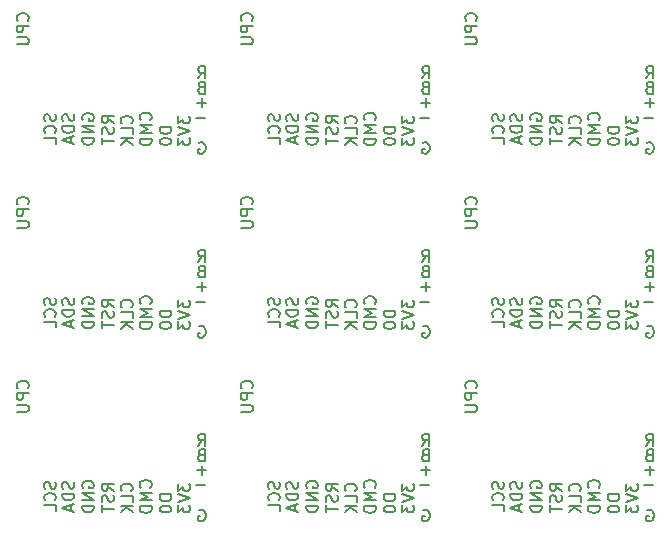
<source format=gbo>
G04 #@! TF.GenerationSoftware,KiCad,Pcbnew,7.0.2-6a45011f42~172~ubuntu22.04.1*
G04 #@! TF.CreationDate,2023-06-12T10:28:05+08:00*
G04 #@! TF.ProjectId,panel_3_3,70616e65-6c5f-4335-9f33-2e6b69636164,rev?*
G04 #@! TF.SameCoordinates,Original*
G04 #@! TF.FileFunction,Legend,Bot*
G04 #@! TF.FilePolarity,Positive*
%FSLAX46Y46*%
G04 Gerber Fmt 4.6, Leading zero omitted, Abs format (unit mm)*
G04 Created by KiCad (PCBNEW 7.0.2-6a45011f42~172~ubuntu22.04.1) date 2023-06-12 10:28:05*
%MOMM*%
%LPD*%
G01*
G04 APERTURE LIST*
%ADD10C,0.150000*%
G04 APERTURE END LIST*
D10*
X10715000Y-37970476D02*
X10762619Y-38113333D01*
X10762619Y-38113333D02*
X10762619Y-38351428D01*
X10762619Y-38351428D02*
X10715000Y-38446666D01*
X10715000Y-38446666D02*
X10667380Y-38494285D01*
X10667380Y-38494285D02*
X10572142Y-38541904D01*
X10572142Y-38541904D02*
X10476904Y-38541904D01*
X10476904Y-38541904D02*
X10381666Y-38494285D01*
X10381666Y-38494285D02*
X10334047Y-38446666D01*
X10334047Y-38446666D02*
X10286428Y-38351428D01*
X10286428Y-38351428D02*
X10238809Y-38160952D01*
X10238809Y-38160952D02*
X10191190Y-38065714D01*
X10191190Y-38065714D02*
X10143571Y-38018095D01*
X10143571Y-38018095D02*
X10048333Y-37970476D01*
X10048333Y-37970476D02*
X9953095Y-37970476D01*
X9953095Y-37970476D02*
X9857857Y-38018095D01*
X9857857Y-38018095D02*
X9810238Y-38065714D01*
X9810238Y-38065714D02*
X9762619Y-38160952D01*
X9762619Y-38160952D02*
X9762619Y-38399047D01*
X9762619Y-38399047D02*
X9810238Y-38541904D01*
X10667380Y-39541904D02*
X10715000Y-39494285D01*
X10715000Y-39494285D02*
X10762619Y-39351428D01*
X10762619Y-39351428D02*
X10762619Y-39256190D01*
X10762619Y-39256190D02*
X10715000Y-39113333D01*
X10715000Y-39113333D02*
X10619761Y-39018095D01*
X10619761Y-39018095D02*
X10524523Y-38970476D01*
X10524523Y-38970476D02*
X10334047Y-38922857D01*
X10334047Y-38922857D02*
X10191190Y-38922857D01*
X10191190Y-38922857D02*
X10000714Y-38970476D01*
X10000714Y-38970476D02*
X9905476Y-39018095D01*
X9905476Y-39018095D02*
X9810238Y-39113333D01*
X9810238Y-39113333D02*
X9762619Y-39256190D01*
X9762619Y-39256190D02*
X9762619Y-39351428D01*
X9762619Y-39351428D02*
X9810238Y-39494285D01*
X9810238Y-39494285D02*
X9857857Y-39541904D01*
X10762619Y-40446666D02*
X10762619Y-39970476D01*
X10762619Y-39970476D02*
X9762619Y-39970476D01*
X18772380Y-38454523D02*
X18820000Y-38406904D01*
X18820000Y-38406904D02*
X18867619Y-38264047D01*
X18867619Y-38264047D02*
X18867619Y-38168809D01*
X18867619Y-38168809D02*
X18820000Y-38025952D01*
X18820000Y-38025952D02*
X18724761Y-37930714D01*
X18724761Y-37930714D02*
X18629523Y-37883095D01*
X18629523Y-37883095D02*
X18439047Y-37835476D01*
X18439047Y-37835476D02*
X18296190Y-37835476D01*
X18296190Y-37835476D02*
X18105714Y-37883095D01*
X18105714Y-37883095D02*
X18010476Y-37930714D01*
X18010476Y-37930714D02*
X17915238Y-38025952D01*
X17915238Y-38025952D02*
X17867619Y-38168809D01*
X17867619Y-38168809D02*
X17867619Y-38264047D01*
X17867619Y-38264047D02*
X17915238Y-38406904D01*
X17915238Y-38406904D02*
X17962857Y-38454523D01*
X18867619Y-38883095D02*
X17867619Y-38883095D01*
X17867619Y-38883095D02*
X18581904Y-39216428D01*
X18581904Y-39216428D02*
X17867619Y-39549761D01*
X17867619Y-39549761D02*
X18867619Y-39549761D01*
X18867619Y-40025952D02*
X17867619Y-40025952D01*
X17867619Y-40025952D02*
X17867619Y-40264047D01*
X17867619Y-40264047D02*
X17915238Y-40406904D01*
X17915238Y-40406904D02*
X18010476Y-40502142D01*
X18010476Y-40502142D02*
X18105714Y-40549761D01*
X18105714Y-40549761D02*
X18296190Y-40597380D01*
X18296190Y-40597380D02*
X18439047Y-40597380D01*
X18439047Y-40597380D02*
X18629523Y-40549761D01*
X18629523Y-40549761D02*
X18724761Y-40502142D01*
X18724761Y-40502142D02*
X18820000Y-40406904D01*
X18820000Y-40406904D02*
X18867619Y-40264047D01*
X18867619Y-40264047D02*
X18867619Y-40025952D01*
X12265000Y-37970476D02*
X12312619Y-38113333D01*
X12312619Y-38113333D02*
X12312619Y-38351428D01*
X12312619Y-38351428D02*
X12265000Y-38446666D01*
X12265000Y-38446666D02*
X12217380Y-38494285D01*
X12217380Y-38494285D02*
X12122142Y-38541904D01*
X12122142Y-38541904D02*
X12026904Y-38541904D01*
X12026904Y-38541904D02*
X11931666Y-38494285D01*
X11931666Y-38494285D02*
X11884047Y-38446666D01*
X11884047Y-38446666D02*
X11836428Y-38351428D01*
X11836428Y-38351428D02*
X11788809Y-38160952D01*
X11788809Y-38160952D02*
X11741190Y-38065714D01*
X11741190Y-38065714D02*
X11693571Y-38018095D01*
X11693571Y-38018095D02*
X11598333Y-37970476D01*
X11598333Y-37970476D02*
X11503095Y-37970476D01*
X11503095Y-37970476D02*
X11407857Y-38018095D01*
X11407857Y-38018095D02*
X11360238Y-38065714D01*
X11360238Y-38065714D02*
X11312619Y-38160952D01*
X11312619Y-38160952D02*
X11312619Y-38399047D01*
X11312619Y-38399047D02*
X11360238Y-38541904D01*
X12312619Y-38970476D02*
X11312619Y-38970476D01*
X11312619Y-38970476D02*
X11312619Y-39208571D01*
X11312619Y-39208571D02*
X11360238Y-39351428D01*
X11360238Y-39351428D02*
X11455476Y-39446666D01*
X11455476Y-39446666D02*
X11550714Y-39494285D01*
X11550714Y-39494285D02*
X11741190Y-39541904D01*
X11741190Y-39541904D02*
X11884047Y-39541904D01*
X11884047Y-39541904D02*
X12074523Y-39494285D01*
X12074523Y-39494285D02*
X12169761Y-39446666D01*
X12169761Y-39446666D02*
X12265000Y-39351428D01*
X12265000Y-39351428D02*
X12312619Y-39208571D01*
X12312619Y-39208571D02*
X12312619Y-38970476D01*
X12026904Y-39922857D02*
X12026904Y-40399047D01*
X12312619Y-39827619D02*
X11312619Y-40160952D01*
X11312619Y-40160952D02*
X12312619Y-40494285D01*
X39512619Y-39038095D02*
X38512619Y-39038095D01*
X38512619Y-39038095D02*
X38512619Y-39276190D01*
X38512619Y-39276190D02*
X38560238Y-39419047D01*
X38560238Y-39419047D02*
X38655476Y-39514285D01*
X38655476Y-39514285D02*
X38750714Y-39561904D01*
X38750714Y-39561904D02*
X38941190Y-39609523D01*
X38941190Y-39609523D02*
X39084047Y-39609523D01*
X39084047Y-39609523D02*
X39274523Y-39561904D01*
X39274523Y-39561904D02*
X39369761Y-39514285D01*
X39369761Y-39514285D02*
X39465000Y-39419047D01*
X39465000Y-39419047D02*
X39512619Y-39276190D01*
X39512619Y-39276190D02*
X39512619Y-39038095D01*
X38512619Y-40228571D02*
X38512619Y-40323809D01*
X38512619Y-40323809D02*
X38560238Y-40419047D01*
X38560238Y-40419047D02*
X38607857Y-40466666D01*
X38607857Y-40466666D02*
X38703095Y-40514285D01*
X38703095Y-40514285D02*
X38893571Y-40561904D01*
X38893571Y-40561904D02*
X39131666Y-40561904D01*
X39131666Y-40561904D02*
X39322142Y-40514285D01*
X39322142Y-40514285D02*
X39417380Y-40466666D01*
X39417380Y-40466666D02*
X39465000Y-40419047D01*
X39465000Y-40419047D02*
X39512619Y-40323809D01*
X39512619Y-40323809D02*
X39512619Y-40228571D01*
X39512619Y-40228571D02*
X39465000Y-40133333D01*
X39465000Y-40133333D02*
X39417380Y-40085714D01*
X39417380Y-40085714D02*
X39322142Y-40038095D01*
X39322142Y-40038095D02*
X39131666Y-39990476D01*
X39131666Y-39990476D02*
X38893571Y-39990476D01*
X38893571Y-39990476D02*
X38703095Y-40038095D01*
X38703095Y-40038095D02*
X38607857Y-40085714D01*
X38607857Y-40085714D02*
X38560238Y-40133333D01*
X38560238Y-40133333D02*
X38512619Y-40228571D01*
X61346904Y-53826666D02*
X60585000Y-53826666D01*
X50205000Y-53530476D02*
X50252619Y-53673333D01*
X50252619Y-53673333D02*
X50252619Y-53911428D01*
X50252619Y-53911428D02*
X50205000Y-54006666D01*
X50205000Y-54006666D02*
X50157380Y-54054285D01*
X50157380Y-54054285D02*
X50062142Y-54101904D01*
X50062142Y-54101904D02*
X49966904Y-54101904D01*
X49966904Y-54101904D02*
X49871666Y-54054285D01*
X49871666Y-54054285D02*
X49824047Y-54006666D01*
X49824047Y-54006666D02*
X49776428Y-53911428D01*
X49776428Y-53911428D02*
X49728809Y-53720952D01*
X49728809Y-53720952D02*
X49681190Y-53625714D01*
X49681190Y-53625714D02*
X49633571Y-53578095D01*
X49633571Y-53578095D02*
X49538333Y-53530476D01*
X49538333Y-53530476D02*
X49443095Y-53530476D01*
X49443095Y-53530476D02*
X49347857Y-53578095D01*
X49347857Y-53578095D02*
X49300238Y-53625714D01*
X49300238Y-53625714D02*
X49252619Y-53720952D01*
X49252619Y-53720952D02*
X49252619Y-53959047D01*
X49252619Y-53959047D02*
X49300238Y-54101904D01*
X50252619Y-54530476D02*
X49252619Y-54530476D01*
X49252619Y-54530476D02*
X49252619Y-54768571D01*
X49252619Y-54768571D02*
X49300238Y-54911428D01*
X49300238Y-54911428D02*
X49395476Y-55006666D01*
X49395476Y-55006666D02*
X49490714Y-55054285D01*
X49490714Y-55054285D02*
X49681190Y-55101904D01*
X49681190Y-55101904D02*
X49824047Y-55101904D01*
X49824047Y-55101904D02*
X50014523Y-55054285D01*
X50014523Y-55054285D02*
X50109761Y-55006666D01*
X50109761Y-55006666D02*
X50205000Y-54911428D01*
X50205000Y-54911428D02*
X50252619Y-54768571D01*
X50252619Y-54768571D02*
X50252619Y-54530476D01*
X49966904Y-55482857D02*
X49966904Y-55959047D01*
X50252619Y-55387619D02*
X49252619Y-55720952D01*
X49252619Y-55720952D02*
X50252619Y-56054285D01*
X12265000Y-53530476D02*
X12312619Y-53673333D01*
X12312619Y-53673333D02*
X12312619Y-53911428D01*
X12312619Y-53911428D02*
X12265000Y-54006666D01*
X12265000Y-54006666D02*
X12217380Y-54054285D01*
X12217380Y-54054285D02*
X12122142Y-54101904D01*
X12122142Y-54101904D02*
X12026904Y-54101904D01*
X12026904Y-54101904D02*
X11931666Y-54054285D01*
X11931666Y-54054285D02*
X11884047Y-54006666D01*
X11884047Y-54006666D02*
X11836428Y-53911428D01*
X11836428Y-53911428D02*
X11788809Y-53720952D01*
X11788809Y-53720952D02*
X11741190Y-53625714D01*
X11741190Y-53625714D02*
X11693571Y-53578095D01*
X11693571Y-53578095D02*
X11598333Y-53530476D01*
X11598333Y-53530476D02*
X11503095Y-53530476D01*
X11503095Y-53530476D02*
X11407857Y-53578095D01*
X11407857Y-53578095D02*
X11360238Y-53625714D01*
X11360238Y-53625714D02*
X11312619Y-53720952D01*
X11312619Y-53720952D02*
X11312619Y-53959047D01*
X11312619Y-53959047D02*
X11360238Y-54101904D01*
X12312619Y-54530476D02*
X11312619Y-54530476D01*
X11312619Y-54530476D02*
X11312619Y-54768571D01*
X11312619Y-54768571D02*
X11360238Y-54911428D01*
X11360238Y-54911428D02*
X11455476Y-55006666D01*
X11455476Y-55006666D02*
X11550714Y-55054285D01*
X11550714Y-55054285D02*
X11741190Y-55101904D01*
X11741190Y-55101904D02*
X11884047Y-55101904D01*
X11884047Y-55101904D02*
X12074523Y-55054285D01*
X12074523Y-55054285D02*
X12169761Y-55006666D01*
X12169761Y-55006666D02*
X12265000Y-54911428D01*
X12265000Y-54911428D02*
X12312619Y-54768571D01*
X12312619Y-54768571D02*
X12312619Y-54530476D01*
X12026904Y-55482857D02*
X12026904Y-55959047D01*
X12312619Y-55387619D02*
X11312619Y-55720952D01*
X11312619Y-55720952D02*
X12312619Y-56054285D01*
X36132380Y-23184523D02*
X36180000Y-23136904D01*
X36180000Y-23136904D02*
X36227619Y-22994047D01*
X36227619Y-22994047D02*
X36227619Y-22898809D01*
X36227619Y-22898809D02*
X36180000Y-22755952D01*
X36180000Y-22755952D02*
X36084761Y-22660714D01*
X36084761Y-22660714D02*
X35989523Y-22613095D01*
X35989523Y-22613095D02*
X35799047Y-22565476D01*
X35799047Y-22565476D02*
X35656190Y-22565476D01*
X35656190Y-22565476D02*
X35465714Y-22613095D01*
X35465714Y-22613095D02*
X35370476Y-22660714D01*
X35370476Y-22660714D02*
X35275238Y-22755952D01*
X35275238Y-22755952D02*
X35227619Y-22898809D01*
X35227619Y-22898809D02*
X35227619Y-22994047D01*
X35227619Y-22994047D02*
X35275238Y-23136904D01*
X35275238Y-23136904D02*
X35322857Y-23184523D01*
X36227619Y-24089285D02*
X36227619Y-23613095D01*
X36227619Y-23613095D02*
X35227619Y-23613095D01*
X36227619Y-24422619D02*
X35227619Y-24422619D01*
X36227619Y-24994047D02*
X35656190Y-24565476D01*
X35227619Y-24994047D02*
X35799047Y-24422619D01*
X61436904Y-52556666D02*
X60675000Y-52556666D01*
X61055952Y-52937619D02*
X61055952Y-52175714D01*
X17162380Y-38744523D02*
X17210000Y-38696904D01*
X17210000Y-38696904D02*
X17257619Y-38554047D01*
X17257619Y-38554047D02*
X17257619Y-38458809D01*
X17257619Y-38458809D02*
X17210000Y-38315952D01*
X17210000Y-38315952D02*
X17114761Y-38220714D01*
X17114761Y-38220714D02*
X17019523Y-38173095D01*
X17019523Y-38173095D02*
X16829047Y-38125476D01*
X16829047Y-38125476D02*
X16686190Y-38125476D01*
X16686190Y-38125476D02*
X16495714Y-38173095D01*
X16495714Y-38173095D02*
X16400476Y-38220714D01*
X16400476Y-38220714D02*
X16305238Y-38315952D01*
X16305238Y-38315952D02*
X16257619Y-38458809D01*
X16257619Y-38458809D02*
X16257619Y-38554047D01*
X16257619Y-38554047D02*
X16305238Y-38696904D01*
X16305238Y-38696904D02*
X16352857Y-38744523D01*
X17257619Y-39649285D02*
X17257619Y-39173095D01*
X17257619Y-39173095D02*
X16257619Y-39173095D01*
X17257619Y-39982619D02*
X16257619Y-39982619D01*
X17257619Y-40554047D02*
X16686190Y-40125476D01*
X16257619Y-40554047D02*
X16829047Y-39982619D01*
X50970238Y-22891904D02*
X50922619Y-22796666D01*
X50922619Y-22796666D02*
X50922619Y-22653809D01*
X50922619Y-22653809D02*
X50970238Y-22510952D01*
X50970238Y-22510952D02*
X51065476Y-22415714D01*
X51065476Y-22415714D02*
X51160714Y-22368095D01*
X51160714Y-22368095D02*
X51351190Y-22320476D01*
X51351190Y-22320476D02*
X51494047Y-22320476D01*
X51494047Y-22320476D02*
X51684523Y-22368095D01*
X51684523Y-22368095D02*
X51779761Y-22415714D01*
X51779761Y-22415714D02*
X51875000Y-22510952D01*
X51875000Y-22510952D02*
X51922619Y-22653809D01*
X51922619Y-22653809D02*
X51922619Y-22749047D01*
X51922619Y-22749047D02*
X51875000Y-22891904D01*
X51875000Y-22891904D02*
X51827380Y-22939523D01*
X51827380Y-22939523D02*
X51494047Y-22939523D01*
X51494047Y-22939523D02*
X51494047Y-22749047D01*
X51922619Y-23368095D02*
X50922619Y-23368095D01*
X50922619Y-23368095D02*
X51922619Y-23939523D01*
X51922619Y-23939523D02*
X50922619Y-23939523D01*
X51922619Y-24415714D02*
X50922619Y-24415714D01*
X50922619Y-24415714D02*
X50922619Y-24653809D01*
X50922619Y-24653809D02*
X50970238Y-24796666D01*
X50970238Y-24796666D02*
X51065476Y-24891904D01*
X51065476Y-24891904D02*
X51160714Y-24939523D01*
X51160714Y-24939523D02*
X51351190Y-24987142D01*
X51351190Y-24987142D02*
X51494047Y-24987142D01*
X51494047Y-24987142D02*
X51684523Y-24939523D01*
X51684523Y-24939523D02*
X51779761Y-24891904D01*
X51779761Y-24891904D02*
X51875000Y-24796666D01*
X51875000Y-24796666D02*
X51922619Y-24653809D01*
X51922619Y-24653809D02*
X51922619Y-24415714D01*
X56712380Y-22894523D02*
X56760000Y-22846904D01*
X56760000Y-22846904D02*
X56807619Y-22704047D01*
X56807619Y-22704047D02*
X56807619Y-22608809D01*
X56807619Y-22608809D02*
X56760000Y-22465952D01*
X56760000Y-22465952D02*
X56664761Y-22370714D01*
X56664761Y-22370714D02*
X56569523Y-22323095D01*
X56569523Y-22323095D02*
X56379047Y-22275476D01*
X56379047Y-22275476D02*
X56236190Y-22275476D01*
X56236190Y-22275476D02*
X56045714Y-22323095D01*
X56045714Y-22323095D02*
X55950476Y-22370714D01*
X55950476Y-22370714D02*
X55855238Y-22465952D01*
X55855238Y-22465952D02*
X55807619Y-22608809D01*
X55807619Y-22608809D02*
X55807619Y-22704047D01*
X55807619Y-22704047D02*
X55855238Y-22846904D01*
X55855238Y-22846904D02*
X55902857Y-22894523D01*
X56807619Y-23323095D02*
X55807619Y-23323095D01*
X55807619Y-23323095D02*
X56521904Y-23656428D01*
X56521904Y-23656428D02*
X55807619Y-23989761D01*
X55807619Y-23989761D02*
X56807619Y-23989761D01*
X56807619Y-24465952D02*
X55807619Y-24465952D01*
X55807619Y-24465952D02*
X55807619Y-24704047D01*
X55807619Y-24704047D02*
X55855238Y-24846904D01*
X55855238Y-24846904D02*
X55950476Y-24942142D01*
X55950476Y-24942142D02*
X56045714Y-24989761D01*
X56045714Y-24989761D02*
X56236190Y-25037380D01*
X56236190Y-25037380D02*
X56379047Y-25037380D01*
X56379047Y-25037380D02*
X56569523Y-24989761D01*
X56569523Y-24989761D02*
X56664761Y-24942142D01*
X56664761Y-24942142D02*
X56760000Y-24846904D01*
X56760000Y-24846904D02*
X56807619Y-24704047D01*
X56807619Y-24704047D02*
X56807619Y-24465952D01*
X29685000Y-53530476D02*
X29732619Y-53673333D01*
X29732619Y-53673333D02*
X29732619Y-53911428D01*
X29732619Y-53911428D02*
X29685000Y-54006666D01*
X29685000Y-54006666D02*
X29637380Y-54054285D01*
X29637380Y-54054285D02*
X29542142Y-54101904D01*
X29542142Y-54101904D02*
X29446904Y-54101904D01*
X29446904Y-54101904D02*
X29351666Y-54054285D01*
X29351666Y-54054285D02*
X29304047Y-54006666D01*
X29304047Y-54006666D02*
X29256428Y-53911428D01*
X29256428Y-53911428D02*
X29208809Y-53720952D01*
X29208809Y-53720952D02*
X29161190Y-53625714D01*
X29161190Y-53625714D02*
X29113571Y-53578095D01*
X29113571Y-53578095D02*
X29018333Y-53530476D01*
X29018333Y-53530476D02*
X28923095Y-53530476D01*
X28923095Y-53530476D02*
X28827857Y-53578095D01*
X28827857Y-53578095D02*
X28780238Y-53625714D01*
X28780238Y-53625714D02*
X28732619Y-53720952D01*
X28732619Y-53720952D02*
X28732619Y-53959047D01*
X28732619Y-53959047D02*
X28780238Y-54101904D01*
X29637380Y-55101904D02*
X29685000Y-55054285D01*
X29685000Y-55054285D02*
X29732619Y-54911428D01*
X29732619Y-54911428D02*
X29732619Y-54816190D01*
X29732619Y-54816190D02*
X29685000Y-54673333D01*
X29685000Y-54673333D02*
X29589761Y-54578095D01*
X29589761Y-54578095D02*
X29494523Y-54530476D01*
X29494523Y-54530476D02*
X29304047Y-54482857D01*
X29304047Y-54482857D02*
X29161190Y-54482857D01*
X29161190Y-54482857D02*
X28970714Y-54530476D01*
X28970714Y-54530476D02*
X28875476Y-54578095D01*
X28875476Y-54578095D02*
X28780238Y-54673333D01*
X28780238Y-54673333D02*
X28732619Y-54816190D01*
X28732619Y-54816190D02*
X28732619Y-54911428D01*
X28732619Y-54911428D02*
X28780238Y-55054285D01*
X28780238Y-55054285D02*
X28827857Y-55101904D01*
X29732619Y-56006666D02*
X29732619Y-55530476D01*
X29732619Y-55530476D02*
X28732619Y-55530476D01*
X22805476Y-19357619D02*
X23138809Y-18881428D01*
X23376904Y-19357619D02*
X23376904Y-18357619D01*
X23376904Y-18357619D02*
X22995952Y-18357619D01*
X22995952Y-18357619D02*
X22900714Y-18405238D01*
X22900714Y-18405238D02*
X22853095Y-18452857D01*
X22853095Y-18452857D02*
X22805476Y-18548095D01*
X22805476Y-18548095D02*
X22805476Y-18690952D01*
X22805476Y-18690952D02*
X22853095Y-18786190D01*
X22853095Y-18786190D02*
X22900714Y-18833809D01*
X22900714Y-18833809D02*
X22995952Y-18881428D01*
X22995952Y-18881428D02*
X23376904Y-18881428D01*
X27337380Y-14479523D02*
X27385000Y-14431904D01*
X27385000Y-14431904D02*
X27432619Y-14289047D01*
X27432619Y-14289047D02*
X27432619Y-14193809D01*
X27432619Y-14193809D02*
X27385000Y-14050952D01*
X27385000Y-14050952D02*
X27289761Y-13955714D01*
X27289761Y-13955714D02*
X27194523Y-13908095D01*
X27194523Y-13908095D02*
X27004047Y-13860476D01*
X27004047Y-13860476D02*
X26861190Y-13860476D01*
X26861190Y-13860476D02*
X26670714Y-13908095D01*
X26670714Y-13908095D02*
X26575476Y-13955714D01*
X26575476Y-13955714D02*
X26480238Y-14050952D01*
X26480238Y-14050952D02*
X26432619Y-14193809D01*
X26432619Y-14193809D02*
X26432619Y-14289047D01*
X26432619Y-14289047D02*
X26480238Y-14431904D01*
X26480238Y-14431904D02*
X26527857Y-14479523D01*
X27432619Y-14908095D02*
X26432619Y-14908095D01*
X26432619Y-14908095D02*
X26432619Y-15289047D01*
X26432619Y-15289047D02*
X26480238Y-15384285D01*
X26480238Y-15384285D02*
X26527857Y-15431904D01*
X26527857Y-15431904D02*
X26623095Y-15479523D01*
X26623095Y-15479523D02*
X26765952Y-15479523D01*
X26765952Y-15479523D02*
X26861190Y-15431904D01*
X26861190Y-15431904D02*
X26908809Y-15384285D01*
X26908809Y-15384285D02*
X26956428Y-15289047D01*
X26956428Y-15289047D02*
X26956428Y-14908095D01*
X26432619Y-15908095D02*
X27242142Y-15908095D01*
X27242142Y-15908095D02*
X27337380Y-15955714D01*
X27337380Y-15955714D02*
X27385000Y-16003333D01*
X27385000Y-16003333D02*
X27432619Y-16098571D01*
X27432619Y-16098571D02*
X27432619Y-16289047D01*
X27432619Y-16289047D02*
X27385000Y-16384285D01*
X27385000Y-16384285D02*
X27337380Y-16431904D01*
X27337380Y-16431904D02*
X27242142Y-16479523D01*
X27242142Y-16479523D02*
X26432619Y-16479523D01*
X32000238Y-38451904D02*
X31952619Y-38356666D01*
X31952619Y-38356666D02*
X31952619Y-38213809D01*
X31952619Y-38213809D02*
X32000238Y-38070952D01*
X32000238Y-38070952D02*
X32095476Y-37975714D01*
X32095476Y-37975714D02*
X32190714Y-37928095D01*
X32190714Y-37928095D02*
X32381190Y-37880476D01*
X32381190Y-37880476D02*
X32524047Y-37880476D01*
X32524047Y-37880476D02*
X32714523Y-37928095D01*
X32714523Y-37928095D02*
X32809761Y-37975714D01*
X32809761Y-37975714D02*
X32905000Y-38070952D01*
X32905000Y-38070952D02*
X32952619Y-38213809D01*
X32952619Y-38213809D02*
X32952619Y-38309047D01*
X32952619Y-38309047D02*
X32905000Y-38451904D01*
X32905000Y-38451904D02*
X32857380Y-38499523D01*
X32857380Y-38499523D02*
X32524047Y-38499523D01*
X32524047Y-38499523D02*
X32524047Y-38309047D01*
X32952619Y-38928095D02*
X31952619Y-38928095D01*
X31952619Y-38928095D02*
X32952619Y-39499523D01*
X32952619Y-39499523D02*
X31952619Y-39499523D01*
X32952619Y-39975714D02*
X31952619Y-39975714D01*
X31952619Y-39975714D02*
X31952619Y-40213809D01*
X31952619Y-40213809D02*
X32000238Y-40356666D01*
X32000238Y-40356666D02*
X32095476Y-40451904D01*
X32095476Y-40451904D02*
X32190714Y-40499523D01*
X32190714Y-40499523D02*
X32381190Y-40547142D01*
X32381190Y-40547142D02*
X32524047Y-40547142D01*
X32524047Y-40547142D02*
X32714523Y-40499523D01*
X32714523Y-40499523D02*
X32809761Y-40451904D01*
X32809761Y-40451904D02*
X32905000Y-40356666D01*
X32905000Y-40356666D02*
X32952619Y-40213809D01*
X32952619Y-40213809D02*
X32952619Y-39975714D01*
X17162380Y-23184523D02*
X17210000Y-23136904D01*
X17210000Y-23136904D02*
X17257619Y-22994047D01*
X17257619Y-22994047D02*
X17257619Y-22898809D01*
X17257619Y-22898809D02*
X17210000Y-22755952D01*
X17210000Y-22755952D02*
X17114761Y-22660714D01*
X17114761Y-22660714D02*
X17019523Y-22613095D01*
X17019523Y-22613095D02*
X16829047Y-22565476D01*
X16829047Y-22565476D02*
X16686190Y-22565476D01*
X16686190Y-22565476D02*
X16495714Y-22613095D01*
X16495714Y-22613095D02*
X16400476Y-22660714D01*
X16400476Y-22660714D02*
X16305238Y-22755952D01*
X16305238Y-22755952D02*
X16257619Y-22898809D01*
X16257619Y-22898809D02*
X16257619Y-22994047D01*
X16257619Y-22994047D02*
X16305238Y-23136904D01*
X16305238Y-23136904D02*
X16352857Y-23184523D01*
X17257619Y-24089285D02*
X17257619Y-23613095D01*
X17257619Y-23613095D02*
X16257619Y-23613095D01*
X17257619Y-24422619D02*
X16257619Y-24422619D01*
X17257619Y-24994047D02*
X16686190Y-24565476D01*
X16257619Y-24994047D02*
X16829047Y-24422619D01*
X41775476Y-34917619D02*
X42108809Y-34441428D01*
X42346904Y-34917619D02*
X42346904Y-33917619D01*
X42346904Y-33917619D02*
X41965952Y-33917619D01*
X41965952Y-33917619D02*
X41870714Y-33965238D01*
X41870714Y-33965238D02*
X41823095Y-34012857D01*
X41823095Y-34012857D02*
X41775476Y-34108095D01*
X41775476Y-34108095D02*
X41775476Y-34250952D01*
X41775476Y-34250952D02*
X41823095Y-34346190D01*
X41823095Y-34346190D02*
X41870714Y-34393809D01*
X41870714Y-34393809D02*
X41965952Y-34441428D01*
X41965952Y-34441428D02*
X42346904Y-34441428D01*
X32000238Y-54011904D02*
X31952619Y-53916666D01*
X31952619Y-53916666D02*
X31952619Y-53773809D01*
X31952619Y-53773809D02*
X32000238Y-53630952D01*
X32000238Y-53630952D02*
X32095476Y-53535714D01*
X32095476Y-53535714D02*
X32190714Y-53488095D01*
X32190714Y-53488095D02*
X32381190Y-53440476D01*
X32381190Y-53440476D02*
X32524047Y-53440476D01*
X32524047Y-53440476D02*
X32714523Y-53488095D01*
X32714523Y-53488095D02*
X32809761Y-53535714D01*
X32809761Y-53535714D02*
X32905000Y-53630952D01*
X32905000Y-53630952D02*
X32952619Y-53773809D01*
X32952619Y-53773809D02*
X32952619Y-53869047D01*
X32952619Y-53869047D02*
X32905000Y-54011904D01*
X32905000Y-54011904D02*
X32857380Y-54059523D01*
X32857380Y-54059523D02*
X32524047Y-54059523D01*
X32524047Y-54059523D02*
X32524047Y-53869047D01*
X32952619Y-54488095D02*
X31952619Y-54488095D01*
X31952619Y-54488095D02*
X32952619Y-55059523D01*
X32952619Y-55059523D02*
X31952619Y-55059523D01*
X32952619Y-55535714D02*
X31952619Y-55535714D01*
X31952619Y-55535714D02*
X31952619Y-55773809D01*
X31952619Y-55773809D02*
X32000238Y-55916666D01*
X32000238Y-55916666D02*
X32095476Y-56011904D01*
X32095476Y-56011904D02*
X32190714Y-56059523D01*
X32190714Y-56059523D02*
X32381190Y-56107142D01*
X32381190Y-56107142D02*
X32524047Y-56107142D01*
X32524047Y-56107142D02*
X32714523Y-56059523D01*
X32714523Y-56059523D02*
X32809761Y-56011904D01*
X32809761Y-56011904D02*
X32905000Y-55916666D01*
X32905000Y-55916666D02*
X32952619Y-55773809D01*
X32952619Y-55773809D02*
X32952619Y-55535714D01*
X23406904Y-53826666D02*
X22645000Y-53826666D01*
X40082619Y-53692857D02*
X40082619Y-54311904D01*
X40082619Y-54311904D02*
X40463571Y-53978571D01*
X40463571Y-53978571D02*
X40463571Y-54121428D01*
X40463571Y-54121428D02*
X40511190Y-54216666D01*
X40511190Y-54216666D02*
X40558809Y-54264285D01*
X40558809Y-54264285D02*
X40654047Y-54311904D01*
X40654047Y-54311904D02*
X40892142Y-54311904D01*
X40892142Y-54311904D02*
X40987380Y-54264285D01*
X40987380Y-54264285D02*
X41035000Y-54216666D01*
X41035000Y-54216666D02*
X41082619Y-54121428D01*
X41082619Y-54121428D02*
X41082619Y-53835714D01*
X41082619Y-53835714D02*
X41035000Y-53740476D01*
X41035000Y-53740476D02*
X40987380Y-53692857D01*
X40082619Y-54597619D02*
X41082619Y-54930952D01*
X41082619Y-54930952D02*
X40082619Y-55264285D01*
X40082619Y-55502381D02*
X40082619Y-56121428D01*
X40082619Y-56121428D02*
X40463571Y-55788095D01*
X40463571Y-55788095D02*
X40463571Y-55930952D01*
X40463571Y-55930952D02*
X40511190Y-56026190D01*
X40511190Y-56026190D02*
X40558809Y-56073809D01*
X40558809Y-56073809D02*
X40654047Y-56121428D01*
X40654047Y-56121428D02*
X40892142Y-56121428D01*
X40892142Y-56121428D02*
X40987380Y-56073809D01*
X40987380Y-56073809D02*
X41035000Y-56026190D01*
X41035000Y-56026190D02*
X41082619Y-55930952D01*
X41082619Y-55930952D02*
X41082619Y-55645238D01*
X41082619Y-55645238D02*
X41035000Y-55550000D01*
X41035000Y-55550000D02*
X40987380Y-55502381D01*
X22863095Y-24805238D02*
X22958333Y-24757619D01*
X22958333Y-24757619D02*
X23101190Y-24757619D01*
X23101190Y-24757619D02*
X23244047Y-24805238D01*
X23244047Y-24805238D02*
X23339285Y-24900476D01*
X23339285Y-24900476D02*
X23386904Y-24995714D01*
X23386904Y-24995714D02*
X23434523Y-25186190D01*
X23434523Y-25186190D02*
X23434523Y-25329047D01*
X23434523Y-25329047D02*
X23386904Y-25519523D01*
X23386904Y-25519523D02*
X23339285Y-25614761D01*
X23339285Y-25614761D02*
X23244047Y-25710000D01*
X23244047Y-25710000D02*
X23101190Y-25757619D01*
X23101190Y-25757619D02*
X23005952Y-25757619D01*
X23005952Y-25757619D02*
X22863095Y-25710000D01*
X22863095Y-25710000D02*
X22815476Y-25662380D01*
X22815476Y-25662380D02*
X22815476Y-25329047D01*
X22815476Y-25329047D02*
X23005952Y-25329047D01*
X56712380Y-38454523D02*
X56760000Y-38406904D01*
X56760000Y-38406904D02*
X56807619Y-38264047D01*
X56807619Y-38264047D02*
X56807619Y-38168809D01*
X56807619Y-38168809D02*
X56760000Y-38025952D01*
X56760000Y-38025952D02*
X56664761Y-37930714D01*
X56664761Y-37930714D02*
X56569523Y-37883095D01*
X56569523Y-37883095D02*
X56379047Y-37835476D01*
X56379047Y-37835476D02*
X56236190Y-37835476D01*
X56236190Y-37835476D02*
X56045714Y-37883095D01*
X56045714Y-37883095D02*
X55950476Y-37930714D01*
X55950476Y-37930714D02*
X55855238Y-38025952D01*
X55855238Y-38025952D02*
X55807619Y-38168809D01*
X55807619Y-38168809D02*
X55807619Y-38264047D01*
X55807619Y-38264047D02*
X55855238Y-38406904D01*
X55855238Y-38406904D02*
X55902857Y-38454523D01*
X56807619Y-38883095D02*
X55807619Y-38883095D01*
X55807619Y-38883095D02*
X56521904Y-39216428D01*
X56521904Y-39216428D02*
X55807619Y-39549761D01*
X55807619Y-39549761D02*
X56807619Y-39549761D01*
X56807619Y-40025952D02*
X55807619Y-40025952D01*
X55807619Y-40025952D02*
X55807619Y-40264047D01*
X55807619Y-40264047D02*
X55855238Y-40406904D01*
X55855238Y-40406904D02*
X55950476Y-40502142D01*
X55950476Y-40502142D02*
X56045714Y-40549761D01*
X56045714Y-40549761D02*
X56236190Y-40597380D01*
X56236190Y-40597380D02*
X56379047Y-40597380D01*
X56379047Y-40597380D02*
X56569523Y-40549761D01*
X56569523Y-40549761D02*
X56664761Y-40502142D01*
X56664761Y-40502142D02*
X56760000Y-40406904D01*
X56760000Y-40406904D02*
X56807619Y-40264047D01*
X56807619Y-40264047D02*
X56807619Y-40025952D01*
X40082619Y-38132857D02*
X40082619Y-38751904D01*
X40082619Y-38751904D02*
X40463571Y-38418571D01*
X40463571Y-38418571D02*
X40463571Y-38561428D01*
X40463571Y-38561428D02*
X40511190Y-38656666D01*
X40511190Y-38656666D02*
X40558809Y-38704285D01*
X40558809Y-38704285D02*
X40654047Y-38751904D01*
X40654047Y-38751904D02*
X40892142Y-38751904D01*
X40892142Y-38751904D02*
X40987380Y-38704285D01*
X40987380Y-38704285D02*
X41035000Y-38656666D01*
X41035000Y-38656666D02*
X41082619Y-38561428D01*
X41082619Y-38561428D02*
X41082619Y-38275714D01*
X41082619Y-38275714D02*
X41035000Y-38180476D01*
X41035000Y-38180476D02*
X40987380Y-38132857D01*
X40082619Y-39037619D02*
X41082619Y-39370952D01*
X41082619Y-39370952D02*
X40082619Y-39704285D01*
X40082619Y-39942381D02*
X40082619Y-40561428D01*
X40082619Y-40561428D02*
X40463571Y-40228095D01*
X40463571Y-40228095D02*
X40463571Y-40370952D01*
X40463571Y-40370952D02*
X40511190Y-40466190D01*
X40511190Y-40466190D02*
X40558809Y-40513809D01*
X40558809Y-40513809D02*
X40654047Y-40561428D01*
X40654047Y-40561428D02*
X40892142Y-40561428D01*
X40892142Y-40561428D02*
X40987380Y-40513809D01*
X40987380Y-40513809D02*
X41035000Y-40466190D01*
X41035000Y-40466190D02*
X41082619Y-40370952D01*
X41082619Y-40370952D02*
X41082619Y-40085238D01*
X41082619Y-40085238D02*
X41035000Y-39990000D01*
X41035000Y-39990000D02*
X40987380Y-39942381D01*
X8367380Y-30039523D02*
X8415000Y-29991904D01*
X8415000Y-29991904D02*
X8462619Y-29849047D01*
X8462619Y-29849047D02*
X8462619Y-29753809D01*
X8462619Y-29753809D02*
X8415000Y-29610952D01*
X8415000Y-29610952D02*
X8319761Y-29515714D01*
X8319761Y-29515714D02*
X8224523Y-29468095D01*
X8224523Y-29468095D02*
X8034047Y-29420476D01*
X8034047Y-29420476D02*
X7891190Y-29420476D01*
X7891190Y-29420476D02*
X7700714Y-29468095D01*
X7700714Y-29468095D02*
X7605476Y-29515714D01*
X7605476Y-29515714D02*
X7510238Y-29610952D01*
X7510238Y-29610952D02*
X7462619Y-29753809D01*
X7462619Y-29753809D02*
X7462619Y-29849047D01*
X7462619Y-29849047D02*
X7510238Y-29991904D01*
X7510238Y-29991904D02*
X7557857Y-30039523D01*
X8462619Y-30468095D02*
X7462619Y-30468095D01*
X7462619Y-30468095D02*
X7462619Y-30849047D01*
X7462619Y-30849047D02*
X7510238Y-30944285D01*
X7510238Y-30944285D02*
X7557857Y-30991904D01*
X7557857Y-30991904D02*
X7653095Y-31039523D01*
X7653095Y-31039523D02*
X7795952Y-31039523D01*
X7795952Y-31039523D02*
X7891190Y-30991904D01*
X7891190Y-30991904D02*
X7938809Y-30944285D01*
X7938809Y-30944285D02*
X7986428Y-30849047D01*
X7986428Y-30849047D02*
X7986428Y-30468095D01*
X7462619Y-31468095D02*
X8272142Y-31468095D01*
X8272142Y-31468095D02*
X8367380Y-31515714D01*
X8367380Y-31515714D02*
X8415000Y-31563333D01*
X8415000Y-31563333D02*
X8462619Y-31658571D01*
X8462619Y-31658571D02*
X8462619Y-31849047D01*
X8462619Y-31849047D02*
X8415000Y-31944285D01*
X8415000Y-31944285D02*
X8367380Y-31991904D01*
X8367380Y-31991904D02*
X8272142Y-32039523D01*
X8272142Y-32039523D02*
X7462619Y-32039523D01*
X22805476Y-50477619D02*
X23138809Y-50001428D01*
X23376904Y-50477619D02*
X23376904Y-49477619D01*
X23376904Y-49477619D02*
X22995952Y-49477619D01*
X22995952Y-49477619D02*
X22900714Y-49525238D01*
X22900714Y-49525238D02*
X22853095Y-49572857D01*
X22853095Y-49572857D02*
X22805476Y-49668095D01*
X22805476Y-49668095D02*
X22805476Y-49810952D01*
X22805476Y-49810952D02*
X22853095Y-49906190D01*
X22853095Y-49906190D02*
X22900714Y-49953809D01*
X22900714Y-49953809D02*
X22995952Y-50001428D01*
X22995952Y-50001428D02*
X23376904Y-50001428D01*
X42466904Y-52556666D02*
X41705000Y-52556666D01*
X42085952Y-52937619D02*
X42085952Y-52175714D01*
X10715000Y-22410476D02*
X10762619Y-22553333D01*
X10762619Y-22553333D02*
X10762619Y-22791428D01*
X10762619Y-22791428D02*
X10715000Y-22886666D01*
X10715000Y-22886666D02*
X10667380Y-22934285D01*
X10667380Y-22934285D02*
X10572142Y-22981904D01*
X10572142Y-22981904D02*
X10476904Y-22981904D01*
X10476904Y-22981904D02*
X10381666Y-22934285D01*
X10381666Y-22934285D02*
X10334047Y-22886666D01*
X10334047Y-22886666D02*
X10286428Y-22791428D01*
X10286428Y-22791428D02*
X10238809Y-22600952D01*
X10238809Y-22600952D02*
X10191190Y-22505714D01*
X10191190Y-22505714D02*
X10143571Y-22458095D01*
X10143571Y-22458095D02*
X10048333Y-22410476D01*
X10048333Y-22410476D02*
X9953095Y-22410476D01*
X9953095Y-22410476D02*
X9857857Y-22458095D01*
X9857857Y-22458095D02*
X9810238Y-22505714D01*
X9810238Y-22505714D02*
X9762619Y-22600952D01*
X9762619Y-22600952D02*
X9762619Y-22839047D01*
X9762619Y-22839047D02*
X9810238Y-22981904D01*
X10667380Y-23981904D02*
X10715000Y-23934285D01*
X10715000Y-23934285D02*
X10762619Y-23791428D01*
X10762619Y-23791428D02*
X10762619Y-23696190D01*
X10762619Y-23696190D02*
X10715000Y-23553333D01*
X10715000Y-23553333D02*
X10619761Y-23458095D01*
X10619761Y-23458095D02*
X10524523Y-23410476D01*
X10524523Y-23410476D02*
X10334047Y-23362857D01*
X10334047Y-23362857D02*
X10191190Y-23362857D01*
X10191190Y-23362857D02*
X10000714Y-23410476D01*
X10000714Y-23410476D02*
X9905476Y-23458095D01*
X9905476Y-23458095D02*
X9810238Y-23553333D01*
X9810238Y-23553333D02*
X9762619Y-23696190D01*
X9762619Y-23696190D02*
X9762619Y-23791428D01*
X9762619Y-23791428D02*
X9810238Y-23934285D01*
X9810238Y-23934285D02*
X9857857Y-23981904D01*
X10762619Y-24886666D02*
X10762619Y-24410476D01*
X10762619Y-24410476D02*
X9762619Y-24410476D01*
X48655000Y-22410476D02*
X48702619Y-22553333D01*
X48702619Y-22553333D02*
X48702619Y-22791428D01*
X48702619Y-22791428D02*
X48655000Y-22886666D01*
X48655000Y-22886666D02*
X48607380Y-22934285D01*
X48607380Y-22934285D02*
X48512142Y-22981904D01*
X48512142Y-22981904D02*
X48416904Y-22981904D01*
X48416904Y-22981904D02*
X48321666Y-22934285D01*
X48321666Y-22934285D02*
X48274047Y-22886666D01*
X48274047Y-22886666D02*
X48226428Y-22791428D01*
X48226428Y-22791428D02*
X48178809Y-22600952D01*
X48178809Y-22600952D02*
X48131190Y-22505714D01*
X48131190Y-22505714D02*
X48083571Y-22458095D01*
X48083571Y-22458095D02*
X47988333Y-22410476D01*
X47988333Y-22410476D02*
X47893095Y-22410476D01*
X47893095Y-22410476D02*
X47797857Y-22458095D01*
X47797857Y-22458095D02*
X47750238Y-22505714D01*
X47750238Y-22505714D02*
X47702619Y-22600952D01*
X47702619Y-22600952D02*
X47702619Y-22839047D01*
X47702619Y-22839047D02*
X47750238Y-22981904D01*
X48607380Y-23981904D02*
X48655000Y-23934285D01*
X48655000Y-23934285D02*
X48702619Y-23791428D01*
X48702619Y-23791428D02*
X48702619Y-23696190D01*
X48702619Y-23696190D02*
X48655000Y-23553333D01*
X48655000Y-23553333D02*
X48559761Y-23458095D01*
X48559761Y-23458095D02*
X48464523Y-23410476D01*
X48464523Y-23410476D02*
X48274047Y-23362857D01*
X48274047Y-23362857D02*
X48131190Y-23362857D01*
X48131190Y-23362857D02*
X47940714Y-23410476D01*
X47940714Y-23410476D02*
X47845476Y-23458095D01*
X47845476Y-23458095D02*
X47750238Y-23553333D01*
X47750238Y-23553333D02*
X47702619Y-23696190D01*
X47702619Y-23696190D02*
X47702619Y-23791428D01*
X47702619Y-23791428D02*
X47750238Y-23934285D01*
X47750238Y-23934285D02*
X47797857Y-23981904D01*
X48702619Y-24886666D02*
X48702619Y-24410476D01*
X48702619Y-24410476D02*
X47702619Y-24410476D01*
X61346904Y-38266666D02*
X60585000Y-38266666D01*
X20542619Y-54598095D02*
X19542619Y-54598095D01*
X19542619Y-54598095D02*
X19542619Y-54836190D01*
X19542619Y-54836190D02*
X19590238Y-54979047D01*
X19590238Y-54979047D02*
X19685476Y-55074285D01*
X19685476Y-55074285D02*
X19780714Y-55121904D01*
X19780714Y-55121904D02*
X19971190Y-55169523D01*
X19971190Y-55169523D02*
X20114047Y-55169523D01*
X20114047Y-55169523D02*
X20304523Y-55121904D01*
X20304523Y-55121904D02*
X20399761Y-55074285D01*
X20399761Y-55074285D02*
X20495000Y-54979047D01*
X20495000Y-54979047D02*
X20542619Y-54836190D01*
X20542619Y-54836190D02*
X20542619Y-54598095D01*
X19542619Y-55788571D02*
X19542619Y-55883809D01*
X19542619Y-55883809D02*
X19590238Y-55979047D01*
X19590238Y-55979047D02*
X19637857Y-56026666D01*
X19637857Y-56026666D02*
X19733095Y-56074285D01*
X19733095Y-56074285D02*
X19923571Y-56121904D01*
X19923571Y-56121904D02*
X20161666Y-56121904D01*
X20161666Y-56121904D02*
X20352142Y-56074285D01*
X20352142Y-56074285D02*
X20447380Y-56026666D01*
X20447380Y-56026666D02*
X20495000Y-55979047D01*
X20495000Y-55979047D02*
X20542619Y-55883809D01*
X20542619Y-55883809D02*
X20542619Y-55788571D01*
X20542619Y-55788571D02*
X20495000Y-55693333D01*
X20495000Y-55693333D02*
X20447380Y-55645714D01*
X20447380Y-55645714D02*
X20352142Y-55598095D01*
X20352142Y-55598095D02*
X20161666Y-55550476D01*
X20161666Y-55550476D02*
X19923571Y-55550476D01*
X19923571Y-55550476D02*
X19733095Y-55598095D01*
X19733095Y-55598095D02*
X19637857Y-55645714D01*
X19637857Y-55645714D02*
X19590238Y-55693333D01*
X19590238Y-55693333D02*
X19542619Y-55788571D01*
X50205000Y-37970476D02*
X50252619Y-38113333D01*
X50252619Y-38113333D02*
X50252619Y-38351428D01*
X50252619Y-38351428D02*
X50205000Y-38446666D01*
X50205000Y-38446666D02*
X50157380Y-38494285D01*
X50157380Y-38494285D02*
X50062142Y-38541904D01*
X50062142Y-38541904D02*
X49966904Y-38541904D01*
X49966904Y-38541904D02*
X49871666Y-38494285D01*
X49871666Y-38494285D02*
X49824047Y-38446666D01*
X49824047Y-38446666D02*
X49776428Y-38351428D01*
X49776428Y-38351428D02*
X49728809Y-38160952D01*
X49728809Y-38160952D02*
X49681190Y-38065714D01*
X49681190Y-38065714D02*
X49633571Y-38018095D01*
X49633571Y-38018095D02*
X49538333Y-37970476D01*
X49538333Y-37970476D02*
X49443095Y-37970476D01*
X49443095Y-37970476D02*
X49347857Y-38018095D01*
X49347857Y-38018095D02*
X49300238Y-38065714D01*
X49300238Y-38065714D02*
X49252619Y-38160952D01*
X49252619Y-38160952D02*
X49252619Y-38399047D01*
X49252619Y-38399047D02*
X49300238Y-38541904D01*
X50252619Y-38970476D02*
X49252619Y-38970476D01*
X49252619Y-38970476D02*
X49252619Y-39208571D01*
X49252619Y-39208571D02*
X49300238Y-39351428D01*
X49300238Y-39351428D02*
X49395476Y-39446666D01*
X49395476Y-39446666D02*
X49490714Y-39494285D01*
X49490714Y-39494285D02*
X49681190Y-39541904D01*
X49681190Y-39541904D02*
X49824047Y-39541904D01*
X49824047Y-39541904D02*
X50014523Y-39494285D01*
X50014523Y-39494285D02*
X50109761Y-39446666D01*
X50109761Y-39446666D02*
X50205000Y-39351428D01*
X50205000Y-39351428D02*
X50252619Y-39208571D01*
X50252619Y-39208571D02*
X50252619Y-38970476D01*
X49966904Y-39922857D02*
X49966904Y-40399047D01*
X50252619Y-39827619D02*
X49252619Y-40160952D01*
X49252619Y-40160952D02*
X50252619Y-40494285D01*
X60803095Y-40365238D02*
X60898333Y-40317619D01*
X60898333Y-40317619D02*
X61041190Y-40317619D01*
X61041190Y-40317619D02*
X61184047Y-40365238D01*
X61184047Y-40365238D02*
X61279285Y-40460476D01*
X61279285Y-40460476D02*
X61326904Y-40555714D01*
X61326904Y-40555714D02*
X61374523Y-40746190D01*
X61374523Y-40746190D02*
X61374523Y-40889047D01*
X61374523Y-40889047D02*
X61326904Y-41079523D01*
X61326904Y-41079523D02*
X61279285Y-41174761D01*
X61279285Y-41174761D02*
X61184047Y-41270000D01*
X61184047Y-41270000D02*
X61041190Y-41317619D01*
X61041190Y-41317619D02*
X60945952Y-41317619D01*
X60945952Y-41317619D02*
X60803095Y-41270000D01*
X60803095Y-41270000D02*
X60755476Y-41222380D01*
X60755476Y-41222380D02*
X60755476Y-40889047D01*
X60755476Y-40889047D02*
X60945952Y-40889047D01*
X41833095Y-40365238D02*
X41928333Y-40317619D01*
X41928333Y-40317619D02*
X42071190Y-40317619D01*
X42071190Y-40317619D02*
X42214047Y-40365238D01*
X42214047Y-40365238D02*
X42309285Y-40460476D01*
X42309285Y-40460476D02*
X42356904Y-40555714D01*
X42356904Y-40555714D02*
X42404523Y-40746190D01*
X42404523Y-40746190D02*
X42404523Y-40889047D01*
X42404523Y-40889047D02*
X42356904Y-41079523D01*
X42356904Y-41079523D02*
X42309285Y-41174761D01*
X42309285Y-41174761D02*
X42214047Y-41270000D01*
X42214047Y-41270000D02*
X42071190Y-41317619D01*
X42071190Y-41317619D02*
X41975952Y-41317619D01*
X41975952Y-41317619D02*
X41833095Y-41270000D01*
X41833095Y-41270000D02*
X41785476Y-41222380D01*
X41785476Y-41222380D02*
X41785476Y-40889047D01*
X41785476Y-40889047D02*
X41975952Y-40889047D01*
X8367380Y-45599523D02*
X8415000Y-45551904D01*
X8415000Y-45551904D02*
X8462619Y-45409047D01*
X8462619Y-45409047D02*
X8462619Y-45313809D01*
X8462619Y-45313809D02*
X8415000Y-45170952D01*
X8415000Y-45170952D02*
X8319761Y-45075714D01*
X8319761Y-45075714D02*
X8224523Y-45028095D01*
X8224523Y-45028095D02*
X8034047Y-44980476D01*
X8034047Y-44980476D02*
X7891190Y-44980476D01*
X7891190Y-44980476D02*
X7700714Y-45028095D01*
X7700714Y-45028095D02*
X7605476Y-45075714D01*
X7605476Y-45075714D02*
X7510238Y-45170952D01*
X7510238Y-45170952D02*
X7462619Y-45313809D01*
X7462619Y-45313809D02*
X7462619Y-45409047D01*
X7462619Y-45409047D02*
X7510238Y-45551904D01*
X7510238Y-45551904D02*
X7557857Y-45599523D01*
X8462619Y-46028095D02*
X7462619Y-46028095D01*
X7462619Y-46028095D02*
X7462619Y-46409047D01*
X7462619Y-46409047D02*
X7510238Y-46504285D01*
X7510238Y-46504285D02*
X7557857Y-46551904D01*
X7557857Y-46551904D02*
X7653095Y-46599523D01*
X7653095Y-46599523D02*
X7795952Y-46599523D01*
X7795952Y-46599523D02*
X7891190Y-46551904D01*
X7891190Y-46551904D02*
X7938809Y-46504285D01*
X7938809Y-46504285D02*
X7986428Y-46409047D01*
X7986428Y-46409047D02*
X7986428Y-46028095D01*
X7462619Y-47028095D02*
X8272142Y-47028095D01*
X8272142Y-47028095D02*
X8367380Y-47075714D01*
X8367380Y-47075714D02*
X8415000Y-47123333D01*
X8415000Y-47123333D02*
X8462619Y-47218571D01*
X8462619Y-47218571D02*
X8462619Y-47409047D01*
X8462619Y-47409047D02*
X8415000Y-47504285D01*
X8415000Y-47504285D02*
X8367380Y-47551904D01*
X8367380Y-47551904D02*
X8272142Y-47599523D01*
X8272142Y-47599523D02*
X7462619Y-47599523D01*
X60745476Y-19357619D02*
X61078809Y-18881428D01*
X61316904Y-19357619D02*
X61316904Y-18357619D01*
X61316904Y-18357619D02*
X60935952Y-18357619D01*
X60935952Y-18357619D02*
X60840714Y-18405238D01*
X60840714Y-18405238D02*
X60793095Y-18452857D01*
X60793095Y-18452857D02*
X60745476Y-18548095D01*
X60745476Y-18548095D02*
X60745476Y-18690952D01*
X60745476Y-18690952D02*
X60793095Y-18786190D01*
X60793095Y-18786190D02*
X60840714Y-18833809D01*
X60840714Y-18833809D02*
X60935952Y-18881428D01*
X60935952Y-18881428D02*
X61316904Y-18881428D01*
X55102380Y-54304523D02*
X55150000Y-54256904D01*
X55150000Y-54256904D02*
X55197619Y-54114047D01*
X55197619Y-54114047D02*
X55197619Y-54018809D01*
X55197619Y-54018809D02*
X55150000Y-53875952D01*
X55150000Y-53875952D02*
X55054761Y-53780714D01*
X55054761Y-53780714D02*
X54959523Y-53733095D01*
X54959523Y-53733095D02*
X54769047Y-53685476D01*
X54769047Y-53685476D02*
X54626190Y-53685476D01*
X54626190Y-53685476D02*
X54435714Y-53733095D01*
X54435714Y-53733095D02*
X54340476Y-53780714D01*
X54340476Y-53780714D02*
X54245238Y-53875952D01*
X54245238Y-53875952D02*
X54197619Y-54018809D01*
X54197619Y-54018809D02*
X54197619Y-54114047D01*
X54197619Y-54114047D02*
X54245238Y-54256904D01*
X54245238Y-54256904D02*
X54292857Y-54304523D01*
X55197619Y-55209285D02*
X55197619Y-54733095D01*
X55197619Y-54733095D02*
X54197619Y-54733095D01*
X55197619Y-55542619D02*
X54197619Y-55542619D01*
X55197619Y-56114047D02*
X54626190Y-55685476D01*
X54197619Y-56114047D02*
X54769047Y-55542619D01*
X12265000Y-22410476D02*
X12312619Y-22553333D01*
X12312619Y-22553333D02*
X12312619Y-22791428D01*
X12312619Y-22791428D02*
X12265000Y-22886666D01*
X12265000Y-22886666D02*
X12217380Y-22934285D01*
X12217380Y-22934285D02*
X12122142Y-22981904D01*
X12122142Y-22981904D02*
X12026904Y-22981904D01*
X12026904Y-22981904D02*
X11931666Y-22934285D01*
X11931666Y-22934285D02*
X11884047Y-22886666D01*
X11884047Y-22886666D02*
X11836428Y-22791428D01*
X11836428Y-22791428D02*
X11788809Y-22600952D01*
X11788809Y-22600952D02*
X11741190Y-22505714D01*
X11741190Y-22505714D02*
X11693571Y-22458095D01*
X11693571Y-22458095D02*
X11598333Y-22410476D01*
X11598333Y-22410476D02*
X11503095Y-22410476D01*
X11503095Y-22410476D02*
X11407857Y-22458095D01*
X11407857Y-22458095D02*
X11360238Y-22505714D01*
X11360238Y-22505714D02*
X11312619Y-22600952D01*
X11312619Y-22600952D02*
X11312619Y-22839047D01*
X11312619Y-22839047D02*
X11360238Y-22981904D01*
X12312619Y-23410476D02*
X11312619Y-23410476D01*
X11312619Y-23410476D02*
X11312619Y-23648571D01*
X11312619Y-23648571D02*
X11360238Y-23791428D01*
X11360238Y-23791428D02*
X11455476Y-23886666D01*
X11455476Y-23886666D02*
X11550714Y-23934285D01*
X11550714Y-23934285D02*
X11741190Y-23981904D01*
X11741190Y-23981904D02*
X11884047Y-23981904D01*
X11884047Y-23981904D02*
X12074523Y-23934285D01*
X12074523Y-23934285D02*
X12169761Y-23886666D01*
X12169761Y-23886666D02*
X12265000Y-23791428D01*
X12265000Y-23791428D02*
X12312619Y-23648571D01*
X12312619Y-23648571D02*
X12312619Y-23410476D01*
X12026904Y-24362857D02*
X12026904Y-24839047D01*
X12312619Y-24267619D02*
X11312619Y-24600952D01*
X11312619Y-24600952D02*
X12312619Y-24934285D01*
X50205000Y-22410476D02*
X50252619Y-22553333D01*
X50252619Y-22553333D02*
X50252619Y-22791428D01*
X50252619Y-22791428D02*
X50205000Y-22886666D01*
X50205000Y-22886666D02*
X50157380Y-22934285D01*
X50157380Y-22934285D02*
X50062142Y-22981904D01*
X50062142Y-22981904D02*
X49966904Y-22981904D01*
X49966904Y-22981904D02*
X49871666Y-22934285D01*
X49871666Y-22934285D02*
X49824047Y-22886666D01*
X49824047Y-22886666D02*
X49776428Y-22791428D01*
X49776428Y-22791428D02*
X49728809Y-22600952D01*
X49728809Y-22600952D02*
X49681190Y-22505714D01*
X49681190Y-22505714D02*
X49633571Y-22458095D01*
X49633571Y-22458095D02*
X49538333Y-22410476D01*
X49538333Y-22410476D02*
X49443095Y-22410476D01*
X49443095Y-22410476D02*
X49347857Y-22458095D01*
X49347857Y-22458095D02*
X49300238Y-22505714D01*
X49300238Y-22505714D02*
X49252619Y-22600952D01*
X49252619Y-22600952D02*
X49252619Y-22839047D01*
X49252619Y-22839047D02*
X49300238Y-22981904D01*
X50252619Y-23410476D02*
X49252619Y-23410476D01*
X49252619Y-23410476D02*
X49252619Y-23648571D01*
X49252619Y-23648571D02*
X49300238Y-23791428D01*
X49300238Y-23791428D02*
X49395476Y-23886666D01*
X49395476Y-23886666D02*
X49490714Y-23934285D01*
X49490714Y-23934285D02*
X49681190Y-23981904D01*
X49681190Y-23981904D02*
X49824047Y-23981904D01*
X49824047Y-23981904D02*
X50014523Y-23934285D01*
X50014523Y-23934285D02*
X50109761Y-23886666D01*
X50109761Y-23886666D02*
X50205000Y-23791428D01*
X50205000Y-23791428D02*
X50252619Y-23648571D01*
X50252619Y-23648571D02*
X50252619Y-23410476D01*
X49966904Y-24362857D02*
X49966904Y-24839047D01*
X50252619Y-24267619D02*
X49252619Y-24600952D01*
X49252619Y-24600952D02*
X50252619Y-24934285D01*
X32000238Y-22891904D02*
X31952619Y-22796666D01*
X31952619Y-22796666D02*
X31952619Y-22653809D01*
X31952619Y-22653809D02*
X32000238Y-22510952D01*
X32000238Y-22510952D02*
X32095476Y-22415714D01*
X32095476Y-22415714D02*
X32190714Y-22368095D01*
X32190714Y-22368095D02*
X32381190Y-22320476D01*
X32381190Y-22320476D02*
X32524047Y-22320476D01*
X32524047Y-22320476D02*
X32714523Y-22368095D01*
X32714523Y-22368095D02*
X32809761Y-22415714D01*
X32809761Y-22415714D02*
X32905000Y-22510952D01*
X32905000Y-22510952D02*
X32952619Y-22653809D01*
X32952619Y-22653809D02*
X32952619Y-22749047D01*
X32952619Y-22749047D02*
X32905000Y-22891904D01*
X32905000Y-22891904D02*
X32857380Y-22939523D01*
X32857380Y-22939523D02*
X32524047Y-22939523D01*
X32524047Y-22939523D02*
X32524047Y-22749047D01*
X32952619Y-23368095D02*
X31952619Y-23368095D01*
X31952619Y-23368095D02*
X32952619Y-23939523D01*
X32952619Y-23939523D02*
X31952619Y-23939523D01*
X32952619Y-24415714D02*
X31952619Y-24415714D01*
X31952619Y-24415714D02*
X31952619Y-24653809D01*
X31952619Y-24653809D02*
X32000238Y-24796666D01*
X32000238Y-24796666D02*
X32095476Y-24891904D01*
X32095476Y-24891904D02*
X32190714Y-24939523D01*
X32190714Y-24939523D02*
X32381190Y-24987142D01*
X32381190Y-24987142D02*
X32524047Y-24987142D01*
X32524047Y-24987142D02*
X32714523Y-24939523D01*
X32714523Y-24939523D02*
X32809761Y-24891904D01*
X32809761Y-24891904D02*
X32905000Y-24796666D01*
X32905000Y-24796666D02*
X32952619Y-24653809D01*
X32952619Y-24653809D02*
X32952619Y-24415714D01*
X23496904Y-36996666D02*
X22735000Y-36996666D01*
X23115952Y-37377619D02*
X23115952Y-36615714D01*
X59052619Y-22572857D02*
X59052619Y-23191904D01*
X59052619Y-23191904D02*
X59433571Y-22858571D01*
X59433571Y-22858571D02*
X59433571Y-23001428D01*
X59433571Y-23001428D02*
X59481190Y-23096666D01*
X59481190Y-23096666D02*
X59528809Y-23144285D01*
X59528809Y-23144285D02*
X59624047Y-23191904D01*
X59624047Y-23191904D02*
X59862142Y-23191904D01*
X59862142Y-23191904D02*
X59957380Y-23144285D01*
X59957380Y-23144285D02*
X60005000Y-23096666D01*
X60005000Y-23096666D02*
X60052619Y-23001428D01*
X60052619Y-23001428D02*
X60052619Y-22715714D01*
X60052619Y-22715714D02*
X60005000Y-22620476D01*
X60005000Y-22620476D02*
X59957380Y-22572857D01*
X59052619Y-23477619D02*
X60052619Y-23810952D01*
X60052619Y-23810952D02*
X59052619Y-24144285D01*
X59052619Y-24382381D02*
X59052619Y-25001428D01*
X59052619Y-25001428D02*
X59433571Y-24668095D01*
X59433571Y-24668095D02*
X59433571Y-24810952D01*
X59433571Y-24810952D02*
X59481190Y-24906190D01*
X59481190Y-24906190D02*
X59528809Y-24953809D01*
X59528809Y-24953809D02*
X59624047Y-25001428D01*
X59624047Y-25001428D02*
X59862142Y-25001428D01*
X59862142Y-25001428D02*
X59957380Y-24953809D01*
X59957380Y-24953809D02*
X60005000Y-24906190D01*
X60005000Y-24906190D02*
X60052619Y-24810952D01*
X60052619Y-24810952D02*
X60052619Y-24525238D01*
X60052619Y-24525238D02*
X60005000Y-24430000D01*
X60005000Y-24430000D02*
X59957380Y-24382381D01*
X21112619Y-53692857D02*
X21112619Y-54311904D01*
X21112619Y-54311904D02*
X21493571Y-53978571D01*
X21493571Y-53978571D02*
X21493571Y-54121428D01*
X21493571Y-54121428D02*
X21541190Y-54216666D01*
X21541190Y-54216666D02*
X21588809Y-54264285D01*
X21588809Y-54264285D02*
X21684047Y-54311904D01*
X21684047Y-54311904D02*
X21922142Y-54311904D01*
X21922142Y-54311904D02*
X22017380Y-54264285D01*
X22017380Y-54264285D02*
X22065000Y-54216666D01*
X22065000Y-54216666D02*
X22112619Y-54121428D01*
X22112619Y-54121428D02*
X22112619Y-53835714D01*
X22112619Y-53835714D02*
X22065000Y-53740476D01*
X22065000Y-53740476D02*
X22017380Y-53692857D01*
X21112619Y-54597619D02*
X22112619Y-54930952D01*
X22112619Y-54930952D02*
X21112619Y-55264285D01*
X21112619Y-55502381D02*
X21112619Y-56121428D01*
X21112619Y-56121428D02*
X21493571Y-55788095D01*
X21493571Y-55788095D02*
X21493571Y-55930952D01*
X21493571Y-55930952D02*
X21541190Y-56026190D01*
X21541190Y-56026190D02*
X21588809Y-56073809D01*
X21588809Y-56073809D02*
X21684047Y-56121428D01*
X21684047Y-56121428D02*
X21922142Y-56121428D01*
X21922142Y-56121428D02*
X22017380Y-56073809D01*
X22017380Y-56073809D02*
X22065000Y-56026190D01*
X22065000Y-56026190D02*
X22112619Y-55930952D01*
X22112619Y-55930952D02*
X22112619Y-55645238D01*
X22112619Y-55645238D02*
X22065000Y-55550000D01*
X22065000Y-55550000D02*
X22017380Y-55502381D01*
X22863095Y-55925238D02*
X22958333Y-55877619D01*
X22958333Y-55877619D02*
X23101190Y-55877619D01*
X23101190Y-55877619D02*
X23244047Y-55925238D01*
X23244047Y-55925238D02*
X23339285Y-56020476D01*
X23339285Y-56020476D02*
X23386904Y-56115714D01*
X23386904Y-56115714D02*
X23434523Y-56306190D01*
X23434523Y-56306190D02*
X23434523Y-56449047D01*
X23434523Y-56449047D02*
X23386904Y-56639523D01*
X23386904Y-56639523D02*
X23339285Y-56734761D01*
X23339285Y-56734761D02*
X23244047Y-56830000D01*
X23244047Y-56830000D02*
X23101190Y-56877619D01*
X23101190Y-56877619D02*
X23005952Y-56877619D01*
X23005952Y-56877619D02*
X22863095Y-56830000D01*
X22863095Y-56830000D02*
X22815476Y-56782380D01*
X22815476Y-56782380D02*
X22815476Y-56449047D01*
X22815476Y-56449047D02*
X23005952Y-56449047D01*
X29685000Y-37970476D02*
X29732619Y-38113333D01*
X29732619Y-38113333D02*
X29732619Y-38351428D01*
X29732619Y-38351428D02*
X29685000Y-38446666D01*
X29685000Y-38446666D02*
X29637380Y-38494285D01*
X29637380Y-38494285D02*
X29542142Y-38541904D01*
X29542142Y-38541904D02*
X29446904Y-38541904D01*
X29446904Y-38541904D02*
X29351666Y-38494285D01*
X29351666Y-38494285D02*
X29304047Y-38446666D01*
X29304047Y-38446666D02*
X29256428Y-38351428D01*
X29256428Y-38351428D02*
X29208809Y-38160952D01*
X29208809Y-38160952D02*
X29161190Y-38065714D01*
X29161190Y-38065714D02*
X29113571Y-38018095D01*
X29113571Y-38018095D02*
X29018333Y-37970476D01*
X29018333Y-37970476D02*
X28923095Y-37970476D01*
X28923095Y-37970476D02*
X28827857Y-38018095D01*
X28827857Y-38018095D02*
X28780238Y-38065714D01*
X28780238Y-38065714D02*
X28732619Y-38160952D01*
X28732619Y-38160952D02*
X28732619Y-38399047D01*
X28732619Y-38399047D02*
X28780238Y-38541904D01*
X29637380Y-39541904D02*
X29685000Y-39494285D01*
X29685000Y-39494285D02*
X29732619Y-39351428D01*
X29732619Y-39351428D02*
X29732619Y-39256190D01*
X29732619Y-39256190D02*
X29685000Y-39113333D01*
X29685000Y-39113333D02*
X29589761Y-39018095D01*
X29589761Y-39018095D02*
X29494523Y-38970476D01*
X29494523Y-38970476D02*
X29304047Y-38922857D01*
X29304047Y-38922857D02*
X29161190Y-38922857D01*
X29161190Y-38922857D02*
X28970714Y-38970476D01*
X28970714Y-38970476D02*
X28875476Y-39018095D01*
X28875476Y-39018095D02*
X28780238Y-39113333D01*
X28780238Y-39113333D02*
X28732619Y-39256190D01*
X28732619Y-39256190D02*
X28732619Y-39351428D01*
X28732619Y-39351428D02*
X28780238Y-39494285D01*
X28780238Y-39494285D02*
X28827857Y-39541904D01*
X29732619Y-40446666D02*
X29732619Y-39970476D01*
X29732619Y-39970476D02*
X28732619Y-39970476D01*
X50970238Y-38451904D02*
X50922619Y-38356666D01*
X50922619Y-38356666D02*
X50922619Y-38213809D01*
X50922619Y-38213809D02*
X50970238Y-38070952D01*
X50970238Y-38070952D02*
X51065476Y-37975714D01*
X51065476Y-37975714D02*
X51160714Y-37928095D01*
X51160714Y-37928095D02*
X51351190Y-37880476D01*
X51351190Y-37880476D02*
X51494047Y-37880476D01*
X51494047Y-37880476D02*
X51684523Y-37928095D01*
X51684523Y-37928095D02*
X51779761Y-37975714D01*
X51779761Y-37975714D02*
X51875000Y-38070952D01*
X51875000Y-38070952D02*
X51922619Y-38213809D01*
X51922619Y-38213809D02*
X51922619Y-38309047D01*
X51922619Y-38309047D02*
X51875000Y-38451904D01*
X51875000Y-38451904D02*
X51827380Y-38499523D01*
X51827380Y-38499523D02*
X51494047Y-38499523D01*
X51494047Y-38499523D02*
X51494047Y-38309047D01*
X51922619Y-38928095D02*
X50922619Y-38928095D01*
X50922619Y-38928095D02*
X51922619Y-39499523D01*
X51922619Y-39499523D02*
X50922619Y-39499523D01*
X51922619Y-39975714D02*
X50922619Y-39975714D01*
X50922619Y-39975714D02*
X50922619Y-40213809D01*
X50922619Y-40213809D02*
X50970238Y-40356666D01*
X50970238Y-40356666D02*
X51065476Y-40451904D01*
X51065476Y-40451904D02*
X51160714Y-40499523D01*
X51160714Y-40499523D02*
X51351190Y-40547142D01*
X51351190Y-40547142D02*
X51494047Y-40547142D01*
X51494047Y-40547142D02*
X51684523Y-40499523D01*
X51684523Y-40499523D02*
X51779761Y-40451904D01*
X51779761Y-40451904D02*
X51875000Y-40356666D01*
X51875000Y-40356666D02*
X51922619Y-40213809D01*
X51922619Y-40213809D02*
X51922619Y-39975714D01*
X29685000Y-22410476D02*
X29732619Y-22553333D01*
X29732619Y-22553333D02*
X29732619Y-22791428D01*
X29732619Y-22791428D02*
X29685000Y-22886666D01*
X29685000Y-22886666D02*
X29637380Y-22934285D01*
X29637380Y-22934285D02*
X29542142Y-22981904D01*
X29542142Y-22981904D02*
X29446904Y-22981904D01*
X29446904Y-22981904D02*
X29351666Y-22934285D01*
X29351666Y-22934285D02*
X29304047Y-22886666D01*
X29304047Y-22886666D02*
X29256428Y-22791428D01*
X29256428Y-22791428D02*
X29208809Y-22600952D01*
X29208809Y-22600952D02*
X29161190Y-22505714D01*
X29161190Y-22505714D02*
X29113571Y-22458095D01*
X29113571Y-22458095D02*
X29018333Y-22410476D01*
X29018333Y-22410476D02*
X28923095Y-22410476D01*
X28923095Y-22410476D02*
X28827857Y-22458095D01*
X28827857Y-22458095D02*
X28780238Y-22505714D01*
X28780238Y-22505714D02*
X28732619Y-22600952D01*
X28732619Y-22600952D02*
X28732619Y-22839047D01*
X28732619Y-22839047D02*
X28780238Y-22981904D01*
X29637380Y-23981904D02*
X29685000Y-23934285D01*
X29685000Y-23934285D02*
X29732619Y-23791428D01*
X29732619Y-23791428D02*
X29732619Y-23696190D01*
X29732619Y-23696190D02*
X29685000Y-23553333D01*
X29685000Y-23553333D02*
X29589761Y-23458095D01*
X29589761Y-23458095D02*
X29494523Y-23410476D01*
X29494523Y-23410476D02*
X29304047Y-23362857D01*
X29304047Y-23362857D02*
X29161190Y-23362857D01*
X29161190Y-23362857D02*
X28970714Y-23410476D01*
X28970714Y-23410476D02*
X28875476Y-23458095D01*
X28875476Y-23458095D02*
X28780238Y-23553333D01*
X28780238Y-23553333D02*
X28732619Y-23696190D01*
X28732619Y-23696190D02*
X28732619Y-23791428D01*
X28732619Y-23791428D02*
X28780238Y-23934285D01*
X28780238Y-23934285D02*
X28827857Y-23981904D01*
X29732619Y-24886666D02*
X29732619Y-24410476D01*
X29732619Y-24410476D02*
X28732619Y-24410476D01*
X53592619Y-54269523D02*
X53116428Y-53936190D01*
X53592619Y-53698095D02*
X52592619Y-53698095D01*
X52592619Y-53698095D02*
X52592619Y-54079047D01*
X52592619Y-54079047D02*
X52640238Y-54174285D01*
X52640238Y-54174285D02*
X52687857Y-54221904D01*
X52687857Y-54221904D02*
X52783095Y-54269523D01*
X52783095Y-54269523D02*
X52925952Y-54269523D01*
X52925952Y-54269523D02*
X53021190Y-54221904D01*
X53021190Y-54221904D02*
X53068809Y-54174285D01*
X53068809Y-54174285D02*
X53116428Y-54079047D01*
X53116428Y-54079047D02*
X53116428Y-53698095D01*
X53545000Y-54650476D02*
X53592619Y-54793333D01*
X53592619Y-54793333D02*
X53592619Y-55031428D01*
X53592619Y-55031428D02*
X53545000Y-55126666D01*
X53545000Y-55126666D02*
X53497380Y-55174285D01*
X53497380Y-55174285D02*
X53402142Y-55221904D01*
X53402142Y-55221904D02*
X53306904Y-55221904D01*
X53306904Y-55221904D02*
X53211666Y-55174285D01*
X53211666Y-55174285D02*
X53164047Y-55126666D01*
X53164047Y-55126666D02*
X53116428Y-55031428D01*
X53116428Y-55031428D02*
X53068809Y-54840952D01*
X53068809Y-54840952D02*
X53021190Y-54745714D01*
X53021190Y-54745714D02*
X52973571Y-54698095D01*
X52973571Y-54698095D02*
X52878333Y-54650476D01*
X52878333Y-54650476D02*
X52783095Y-54650476D01*
X52783095Y-54650476D02*
X52687857Y-54698095D01*
X52687857Y-54698095D02*
X52640238Y-54745714D01*
X52640238Y-54745714D02*
X52592619Y-54840952D01*
X52592619Y-54840952D02*
X52592619Y-55079047D01*
X52592619Y-55079047D02*
X52640238Y-55221904D01*
X52592619Y-55507619D02*
X52592619Y-56079047D01*
X53592619Y-55793333D02*
X52592619Y-55793333D01*
X42466904Y-21436666D02*
X41705000Y-21436666D01*
X42085952Y-21817619D02*
X42085952Y-21055714D01*
X34622619Y-23149523D02*
X34146428Y-22816190D01*
X34622619Y-22578095D02*
X33622619Y-22578095D01*
X33622619Y-22578095D02*
X33622619Y-22959047D01*
X33622619Y-22959047D02*
X33670238Y-23054285D01*
X33670238Y-23054285D02*
X33717857Y-23101904D01*
X33717857Y-23101904D02*
X33813095Y-23149523D01*
X33813095Y-23149523D02*
X33955952Y-23149523D01*
X33955952Y-23149523D02*
X34051190Y-23101904D01*
X34051190Y-23101904D02*
X34098809Y-23054285D01*
X34098809Y-23054285D02*
X34146428Y-22959047D01*
X34146428Y-22959047D02*
X34146428Y-22578095D01*
X34575000Y-23530476D02*
X34622619Y-23673333D01*
X34622619Y-23673333D02*
X34622619Y-23911428D01*
X34622619Y-23911428D02*
X34575000Y-24006666D01*
X34575000Y-24006666D02*
X34527380Y-24054285D01*
X34527380Y-24054285D02*
X34432142Y-24101904D01*
X34432142Y-24101904D02*
X34336904Y-24101904D01*
X34336904Y-24101904D02*
X34241666Y-24054285D01*
X34241666Y-24054285D02*
X34194047Y-24006666D01*
X34194047Y-24006666D02*
X34146428Y-23911428D01*
X34146428Y-23911428D02*
X34098809Y-23720952D01*
X34098809Y-23720952D02*
X34051190Y-23625714D01*
X34051190Y-23625714D02*
X34003571Y-23578095D01*
X34003571Y-23578095D02*
X33908333Y-23530476D01*
X33908333Y-23530476D02*
X33813095Y-23530476D01*
X33813095Y-23530476D02*
X33717857Y-23578095D01*
X33717857Y-23578095D02*
X33670238Y-23625714D01*
X33670238Y-23625714D02*
X33622619Y-23720952D01*
X33622619Y-23720952D02*
X33622619Y-23959047D01*
X33622619Y-23959047D02*
X33670238Y-24101904D01*
X33622619Y-24387619D02*
X33622619Y-24959047D01*
X34622619Y-24673333D02*
X33622619Y-24673333D01*
X13030238Y-22891904D02*
X12982619Y-22796666D01*
X12982619Y-22796666D02*
X12982619Y-22653809D01*
X12982619Y-22653809D02*
X13030238Y-22510952D01*
X13030238Y-22510952D02*
X13125476Y-22415714D01*
X13125476Y-22415714D02*
X13220714Y-22368095D01*
X13220714Y-22368095D02*
X13411190Y-22320476D01*
X13411190Y-22320476D02*
X13554047Y-22320476D01*
X13554047Y-22320476D02*
X13744523Y-22368095D01*
X13744523Y-22368095D02*
X13839761Y-22415714D01*
X13839761Y-22415714D02*
X13935000Y-22510952D01*
X13935000Y-22510952D02*
X13982619Y-22653809D01*
X13982619Y-22653809D02*
X13982619Y-22749047D01*
X13982619Y-22749047D02*
X13935000Y-22891904D01*
X13935000Y-22891904D02*
X13887380Y-22939523D01*
X13887380Y-22939523D02*
X13554047Y-22939523D01*
X13554047Y-22939523D02*
X13554047Y-22749047D01*
X13982619Y-23368095D02*
X12982619Y-23368095D01*
X12982619Y-23368095D02*
X13982619Y-23939523D01*
X13982619Y-23939523D02*
X12982619Y-23939523D01*
X13982619Y-24415714D02*
X12982619Y-24415714D01*
X12982619Y-24415714D02*
X12982619Y-24653809D01*
X12982619Y-24653809D02*
X13030238Y-24796666D01*
X13030238Y-24796666D02*
X13125476Y-24891904D01*
X13125476Y-24891904D02*
X13220714Y-24939523D01*
X13220714Y-24939523D02*
X13411190Y-24987142D01*
X13411190Y-24987142D02*
X13554047Y-24987142D01*
X13554047Y-24987142D02*
X13744523Y-24939523D01*
X13744523Y-24939523D02*
X13839761Y-24891904D01*
X13839761Y-24891904D02*
X13935000Y-24796666D01*
X13935000Y-24796666D02*
X13982619Y-24653809D01*
X13982619Y-24653809D02*
X13982619Y-24415714D01*
X42376904Y-38266666D02*
X41615000Y-38266666D01*
X60803095Y-24805238D02*
X60898333Y-24757619D01*
X60898333Y-24757619D02*
X61041190Y-24757619D01*
X61041190Y-24757619D02*
X61184047Y-24805238D01*
X61184047Y-24805238D02*
X61279285Y-24900476D01*
X61279285Y-24900476D02*
X61326904Y-24995714D01*
X61326904Y-24995714D02*
X61374523Y-25186190D01*
X61374523Y-25186190D02*
X61374523Y-25329047D01*
X61374523Y-25329047D02*
X61326904Y-25519523D01*
X61326904Y-25519523D02*
X61279285Y-25614761D01*
X61279285Y-25614761D02*
X61184047Y-25710000D01*
X61184047Y-25710000D02*
X61041190Y-25757619D01*
X61041190Y-25757619D02*
X60945952Y-25757619D01*
X60945952Y-25757619D02*
X60803095Y-25710000D01*
X60803095Y-25710000D02*
X60755476Y-25662380D01*
X60755476Y-25662380D02*
X60755476Y-25329047D01*
X60755476Y-25329047D02*
X60945952Y-25329047D01*
X21112619Y-22572857D02*
X21112619Y-23191904D01*
X21112619Y-23191904D02*
X21493571Y-22858571D01*
X21493571Y-22858571D02*
X21493571Y-23001428D01*
X21493571Y-23001428D02*
X21541190Y-23096666D01*
X21541190Y-23096666D02*
X21588809Y-23144285D01*
X21588809Y-23144285D02*
X21684047Y-23191904D01*
X21684047Y-23191904D02*
X21922142Y-23191904D01*
X21922142Y-23191904D02*
X22017380Y-23144285D01*
X22017380Y-23144285D02*
X22065000Y-23096666D01*
X22065000Y-23096666D02*
X22112619Y-23001428D01*
X22112619Y-23001428D02*
X22112619Y-22715714D01*
X22112619Y-22715714D02*
X22065000Y-22620476D01*
X22065000Y-22620476D02*
X22017380Y-22572857D01*
X21112619Y-23477619D02*
X22112619Y-23810952D01*
X22112619Y-23810952D02*
X21112619Y-24144285D01*
X21112619Y-24382381D02*
X21112619Y-25001428D01*
X21112619Y-25001428D02*
X21493571Y-24668095D01*
X21493571Y-24668095D02*
X21493571Y-24810952D01*
X21493571Y-24810952D02*
X21541190Y-24906190D01*
X21541190Y-24906190D02*
X21588809Y-24953809D01*
X21588809Y-24953809D02*
X21684047Y-25001428D01*
X21684047Y-25001428D02*
X21922142Y-25001428D01*
X21922142Y-25001428D02*
X22017380Y-24953809D01*
X22017380Y-24953809D02*
X22065000Y-24906190D01*
X22065000Y-24906190D02*
X22112619Y-24810952D01*
X22112619Y-24810952D02*
X22112619Y-24525238D01*
X22112619Y-24525238D02*
X22065000Y-24430000D01*
X22065000Y-24430000D02*
X22017380Y-24382381D01*
X20542619Y-23478095D02*
X19542619Y-23478095D01*
X19542619Y-23478095D02*
X19542619Y-23716190D01*
X19542619Y-23716190D02*
X19590238Y-23859047D01*
X19590238Y-23859047D02*
X19685476Y-23954285D01*
X19685476Y-23954285D02*
X19780714Y-24001904D01*
X19780714Y-24001904D02*
X19971190Y-24049523D01*
X19971190Y-24049523D02*
X20114047Y-24049523D01*
X20114047Y-24049523D02*
X20304523Y-24001904D01*
X20304523Y-24001904D02*
X20399761Y-23954285D01*
X20399761Y-23954285D02*
X20495000Y-23859047D01*
X20495000Y-23859047D02*
X20542619Y-23716190D01*
X20542619Y-23716190D02*
X20542619Y-23478095D01*
X19542619Y-24668571D02*
X19542619Y-24763809D01*
X19542619Y-24763809D02*
X19590238Y-24859047D01*
X19590238Y-24859047D02*
X19637857Y-24906666D01*
X19637857Y-24906666D02*
X19733095Y-24954285D01*
X19733095Y-24954285D02*
X19923571Y-25001904D01*
X19923571Y-25001904D02*
X20161666Y-25001904D01*
X20161666Y-25001904D02*
X20352142Y-24954285D01*
X20352142Y-24954285D02*
X20447380Y-24906666D01*
X20447380Y-24906666D02*
X20495000Y-24859047D01*
X20495000Y-24859047D02*
X20542619Y-24763809D01*
X20542619Y-24763809D02*
X20542619Y-24668571D01*
X20542619Y-24668571D02*
X20495000Y-24573333D01*
X20495000Y-24573333D02*
X20447380Y-24525714D01*
X20447380Y-24525714D02*
X20352142Y-24478095D01*
X20352142Y-24478095D02*
X20161666Y-24430476D01*
X20161666Y-24430476D02*
X19923571Y-24430476D01*
X19923571Y-24430476D02*
X19733095Y-24478095D01*
X19733095Y-24478095D02*
X19637857Y-24525714D01*
X19637857Y-24525714D02*
X19590238Y-24573333D01*
X19590238Y-24573333D02*
X19542619Y-24668571D01*
X15652619Y-23149523D02*
X15176428Y-22816190D01*
X15652619Y-22578095D02*
X14652619Y-22578095D01*
X14652619Y-22578095D02*
X14652619Y-22959047D01*
X14652619Y-22959047D02*
X14700238Y-23054285D01*
X14700238Y-23054285D02*
X14747857Y-23101904D01*
X14747857Y-23101904D02*
X14843095Y-23149523D01*
X14843095Y-23149523D02*
X14985952Y-23149523D01*
X14985952Y-23149523D02*
X15081190Y-23101904D01*
X15081190Y-23101904D02*
X15128809Y-23054285D01*
X15128809Y-23054285D02*
X15176428Y-22959047D01*
X15176428Y-22959047D02*
X15176428Y-22578095D01*
X15605000Y-23530476D02*
X15652619Y-23673333D01*
X15652619Y-23673333D02*
X15652619Y-23911428D01*
X15652619Y-23911428D02*
X15605000Y-24006666D01*
X15605000Y-24006666D02*
X15557380Y-24054285D01*
X15557380Y-24054285D02*
X15462142Y-24101904D01*
X15462142Y-24101904D02*
X15366904Y-24101904D01*
X15366904Y-24101904D02*
X15271666Y-24054285D01*
X15271666Y-24054285D02*
X15224047Y-24006666D01*
X15224047Y-24006666D02*
X15176428Y-23911428D01*
X15176428Y-23911428D02*
X15128809Y-23720952D01*
X15128809Y-23720952D02*
X15081190Y-23625714D01*
X15081190Y-23625714D02*
X15033571Y-23578095D01*
X15033571Y-23578095D02*
X14938333Y-23530476D01*
X14938333Y-23530476D02*
X14843095Y-23530476D01*
X14843095Y-23530476D02*
X14747857Y-23578095D01*
X14747857Y-23578095D02*
X14700238Y-23625714D01*
X14700238Y-23625714D02*
X14652619Y-23720952D01*
X14652619Y-23720952D02*
X14652619Y-23959047D01*
X14652619Y-23959047D02*
X14700238Y-24101904D01*
X14652619Y-24387619D02*
X14652619Y-24959047D01*
X15652619Y-24673333D02*
X14652619Y-24673333D01*
X61436904Y-36996666D02*
X60675000Y-36996666D01*
X61055952Y-37377619D02*
X61055952Y-36615714D01*
X27337380Y-45599523D02*
X27385000Y-45551904D01*
X27385000Y-45551904D02*
X27432619Y-45409047D01*
X27432619Y-45409047D02*
X27432619Y-45313809D01*
X27432619Y-45313809D02*
X27385000Y-45170952D01*
X27385000Y-45170952D02*
X27289761Y-45075714D01*
X27289761Y-45075714D02*
X27194523Y-45028095D01*
X27194523Y-45028095D02*
X27004047Y-44980476D01*
X27004047Y-44980476D02*
X26861190Y-44980476D01*
X26861190Y-44980476D02*
X26670714Y-45028095D01*
X26670714Y-45028095D02*
X26575476Y-45075714D01*
X26575476Y-45075714D02*
X26480238Y-45170952D01*
X26480238Y-45170952D02*
X26432619Y-45313809D01*
X26432619Y-45313809D02*
X26432619Y-45409047D01*
X26432619Y-45409047D02*
X26480238Y-45551904D01*
X26480238Y-45551904D02*
X26527857Y-45599523D01*
X27432619Y-46028095D02*
X26432619Y-46028095D01*
X26432619Y-46028095D02*
X26432619Y-46409047D01*
X26432619Y-46409047D02*
X26480238Y-46504285D01*
X26480238Y-46504285D02*
X26527857Y-46551904D01*
X26527857Y-46551904D02*
X26623095Y-46599523D01*
X26623095Y-46599523D02*
X26765952Y-46599523D01*
X26765952Y-46599523D02*
X26861190Y-46551904D01*
X26861190Y-46551904D02*
X26908809Y-46504285D01*
X26908809Y-46504285D02*
X26956428Y-46409047D01*
X26956428Y-46409047D02*
X26956428Y-46028095D01*
X26432619Y-47028095D02*
X27242142Y-47028095D01*
X27242142Y-47028095D02*
X27337380Y-47075714D01*
X27337380Y-47075714D02*
X27385000Y-47123333D01*
X27385000Y-47123333D02*
X27432619Y-47218571D01*
X27432619Y-47218571D02*
X27432619Y-47409047D01*
X27432619Y-47409047D02*
X27385000Y-47504285D01*
X27385000Y-47504285D02*
X27337380Y-47551904D01*
X27337380Y-47551904D02*
X27242142Y-47599523D01*
X27242142Y-47599523D02*
X26432619Y-47599523D01*
X36132380Y-54304523D02*
X36180000Y-54256904D01*
X36180000Y-54256904D02*
X36227619Y-54114047D01*
X36227619Y-54114047D02*
X36227619Y-54018809D01*
X36227619Y-54018809D02*
X36180000Y-53875952D01*
X36180000Y-53875952D02*
X36084761Y-53780714D01*
X36084761Y-53780714D02*
X35989523Y-53733095D01*
X35989523Y-53733095D02*
X35799047Y-53685476D01*
X35799047Y-53685476D02*
X35656190Y-53685476D01*
X35656190Y-53685476D02*
X35465714Y-53733095D01*
X35465714Y-53733095D02*
X35370476Y-53780714D01*
X35370476Y-53780714D02*
X35275238Y-53875952D01*
X35275238Y-53875952D02*
X35227619Y-54018809D01*
X35227619Y-54018809D02*
X35227619Y-54114047D01*
X35227619Y-54114047D02*
X35275238Y-54256904D01*
X35275238Y-54256904D02*
X35322857Y-54304523D01*
X36227619Y-55209285D02*
X36227619Y-54733095D01*
X36227619Y-54733095D02*
X35227619Y-54733095D01*
X36227619Y-55542619D02*
X35227619Y-55542619D01*
X36227619Y-56114047D02*
X35656190Y-55685476D01*
X35227619Y-56114047D02*
X35799047Y-55542619D01*
X60983571Y-20133809D02*
X60840714Y-20181428D01*
X60840714Y-20181428D02*
X60793095Y-20229047D01*
X60793095Y-20229047D02*
X60745476Y-20324285D01*
X60745476Y-20324285D02*
X60745476Y-20467142D01*
X60745476Y-20467142D02*
X60793095Y-20562380D01*
X60793095Y-20562380D02*
X60840714Y-20610000D01*
X60840714Y-20610000D02*
X60935952Y-20657619D01*
X60935952Y-20657619D02*
X61316904Y-20657619D01*
X61316904Y-20657619D02*
X61316904Y-19657619D01*
X61316904Y-19657619D02*
X60983571Y-19657619D01*
X60983571Y-19657619D02*
X60888333Y-19705238D01*
X60888333Y-19705238D02*
X60840714Y-19752857D01*
X60840714Y-19752857D02*
X60793095Y-19848095D01*
X60793095Y-19848095D02*
X60793095Y-19943333D01*
X60793095Y-19943333D02*
X60840714Y-20038571D01*
X60840714Y-20038571D02*
X60888333Y-20086190D01*
X60888333Y-20086190D02*
X60983571Y-20133809D01*
X60983571Y-20133809D02*
X61316904Y-20133809D01*
X41833095Y-24805238D02*
X41928333Y-24757619D01*
X41928333Y-24757619D02*
X42071190Y-24757619D01*
X42071190Y-24757619D02*
X42214047Y-24805238D01*
X42214047Y-24805238D02*
X42309285Y-24900476D01*
X42309285Y-24900476D02*
X42356904Y-24995714D01*
X42356904Y-24995714D02*
X42404523Y-25186190D01*
X42404523Y-25186190D02*
X42404523Y-25329047D01*
X42404523Y-25329047D02*
X42356904Y-25519523D01*
X42356904Y-25519523D02*
X42309285Y-25614761D01*
X42309285Y-25614761D02*
X42214047Y-25710000D01*
X42214047Y-25710000D02*
X42071190Y-25757619D01*
X42071190Y-25757619D02*
X41975952Y-25757619D01*
X41975952Y-25757619D02*
X41833095Y-25710000D01*
X41833095Y-25710000D02*
X41785476Y-25662380D01*
X41785476Y-25662380D02*
X41785476Y-25329047D01*
X41785476Y-25329047D02*
X41975952Y-25329047D01*
X39512619Y-54598095D02*
X38512619Y-54598095D01*
X38512619Y-54598095D02*
X38512619Y-54836190D01*
X38512619Y-54836190D02*
X38560238Y-54979047D01*
X38560238Y-54979047D02*
X38655476Y-55074285D01*
X38655476Y-55074285D02*
X38750714Y-55121904D01*
X38750714Y-55121904D02*
X38941190Y-55169523D01*
X38941190Y-55169523D02*
X39084047Y-55169523D01*
X39084047Y-55169523D02*
X39274523Y-55121904D01*
X39274523Y-55121904D02*
X39369761Y-55074285D01*
X39369761Y-55074285D02*
X39465000Y-54979047D01*
X39465000Y-54979047D02*
X39512619Y-54836190D01*
X39512619Y-54836190D02*
X39512619Y-54598095D01*
X38512619Y-55788571D02*
X38512619Y-55883809D01*
X38512619Y-55883809D02*
X38560238Y-55979047D01*
X38560238Y-55979047D02*
X38607857Y-56026666D01*
X38607857Y-56026666D02*
X38703095Y-56074285D01*
X38703095Y-56074285D02*
X38893571Y-56121904D01*
X38893571Y-56121904D02*
X39131666Y-56121904D01*
X39131666Y-56121904D02*
X39322142Y-56074285D01*
X39322142Y-56074285D02*
X39417380Y-56026666D01*
X39417380Y-56026666D02*
X39465000Y-55979047D01*
X39465000Y-55979047D02*
X39512619Y-55883809D01*
X39512619Y-55883809D02*
X39512619Y-55788571D01*
X39512619Y-55788571D02*
X39465000Y-55693333D01*
X39465000Y-55693333D02*
X39417380Y-55645714D01*
X39417380Y-55645714D02*
X39322142Y-55598095D01*
X39322142Y-55598095D02*
X39131666Y-55550476D01*
X39131666Y-55550476D02*
X38893571Y-55550476D01*
X38893571Y-55550476D02*
X38703095Y-55598095D01*
X38703095Y-55598095D02*
X38607857Y-55645714D01*
X38607857Y-55645714D02*
X38560238Y-55693333D01*
X38560238Y-55693333D02*
X38512619Y-55788571D01*
X31235000Y-53530476D02*
X31282619Y-53673333D01*
X31282619Y-53673333D02*
X31282619Y-53911428D01*
X31282619Y-53911428D02*
X31235000Y-54006666D01*
X31235000Y-54006666D02*
X31187380Y-54054285D01*
X31187380Y-54054285D02*
X31092142Y-54101904D01*
X31092142Y-54101904D02*
X30996904Y-54101904D01*
X30996904Y-54101904D02*
X30901666Y-54054285D01*
X30901666Y-54054285D02*
X30854047Y-54006666D01*
X30854047Y-54006666D02*
X30806428Y-53911428D01*
X30806428Y-53911428D02*
X30758809Y-53720952D01*
X30758809Y-53720952D02*
X30711190Y-53625714D01*
X30711190Y-53625714D02*
X30663571Y-53578095D01*
X30663571Y-53578095D02*
X30568333Y-53530476D01*
X30568333Y-53530476D02*
X30473095Y-53530476D01*
X30473095Y-53530476D02*
X30377857Y-53578095D01*
X30377857Y-53578095D02*
X30330238Y-53625714D01*
X30330238Y-53625714D02*
X30282619Y-53720952D01*
X30282619Y-53720952D02*
X30282619Y-53959047D01*
X30282619Y-53959047D02*
X30330238Y-54101904D01*
X31282619Y-54530476D02*
X30282619Y-54530476D01*
X30282619Y-54530476D02*
X30282619Y-54768571D01*
X30282619Y-54768571D02*
X30330238Y-54911428D01*
X30330238Y-54911428D02*
X30425476Y-55006666D01*
X30425476Y-55006666D02*
X30520714Y-55054285D01*
X30520714Y-55054285D02*
X30711190Y-55101904D01*
X30711190Y-55101904D02*
X30854047Y-55101904D01*
X30854047Y-55101904D02*
X31044523Y-55054285D01*
X31044523Y-55054285D02*
X31139761Y-55006666D01*
X31139761Y-55006666D02*
X31235000Y-54911428D01*
X31235000Y-54911428D02*
X31282619Y-54768571D01*
X31282619Y-54768571D02*
X31282619Y-54530476D01*
X30996904Y-55482857D02*
X30996904Y-55959047D01*
X31282619Y-55387619D02*
X30282619Y-55720952D01*
X30282619Y-55720952D02*
X31282619Y-56054285D01*
X23043571Y-51253809D02*
X22900714Y-51301428D01*
X22900714Y-51301428D02*
X22853095Y-51349047D01*
X22853095Y-51349047D02*
X22805476Y-51444285D01*
X22805476Y-51444285D02*
X22805476Y-51587142D01*
X22805476Y-51587142D02*
X22853095Y-51682380D01*
X22853095Y-51682380D02*
X22900714Y-51730000D01*
X22900714Y-51730000D02*
X22995952Y-51777619D01*
X22995952Y-51777619D02*
X23376904Y-51777619D01*
X23376904Y-51777619D02*
X23376904Y-50777619D01*
X23376904Y-50777619D02*
X23043571Y-50777619D01*
X23043571Y-50777619D02*
X22948333Y-50825238D01*
X22948333Y-50825238D02*
X22900714Y-50872857D01*
X22900714Y-50872857D02*
X22853095Y-50968095D01*
X22853095Y-50968095D02*
X22853095Y-51063333D01*
X22853095Y-51063333D02*
X22900714Y-51158571D01*
X22900714Y-51158571D02*
X22948333Y-51206190D01*
X22948333Y-51206190D02*
X23043571Y-51253809D01*
X23043571Y-51253809D02*
X23376904Y-51253809D01*
X34622619Y-54269523D02*
X34146428Y-53936190D01*
X34622619Y-53698095D02*
X33622619Y-53698095D01*
X33622619Y-53698095D02*
X33622619Y-54079047D01*
X33622619Y-54079047D02*
X33670238Y-54174285D01*
X33670238Y-54174285D02*
X33717857Y-54221904D01*
X33717857Y-54221904D02*
X33813095Y-54269523D01*
X33813095Y-54269523D02*
X33955952Y-54269523D01*
X33955952Y-54269523D02*
X34051190Y-54221904D01*
X34051190Y-54221904D02*
X34098809Y-54174285D01*
X34098809Y-54174285D02*
X34146428Y-54079047D01*
X34146428Y-54079047D02*
X34146428Y-53698095D01*
X34575000Y-54650476D02*
X34622619Y-54793333D01*
X34622619Y-54793333D02*
X34622619Y-55031428D01*
X34622619Y-55031428D02*
X34575000Y-55126666D01*
X34575000Y-55126666D02*
X34527380Y-55174285D01*
X34527380Y-55174285D02*
X34432142Y-55221904D01*
X34432142Y-55221904D02*
X34336904Y-55221904D01*
X34336904Y-55221904D02*
X34241666Y-55174285D01*
X34241666Y-55174285D02*
X34194047Y-55126666D01*
X34194047Y-55126666D02*
X34146428Y-55031428D01*
X34146428Y-55031428D02*
X34098809Y-54840952D01*
X34098809Y-54840952D02*
X34051190Y-54745714D01*
X34051190Y-54745714D02*
X34003571Y-54698095D01*
X34003571Y-54698095D02*
X33908333Y-54650476D01*
X33908333Y-54650476D02*
X33813095Y-54650476D01*
X33813095Y-54650476D02*
X33717857Y-54698095D01*
X33717857Y-54698095D02*
X33670238Y-54745714D01*
X33670238Y-54745714D02*
X33622619Y-54840952D01*
X33622619Y-54840952D02*
X33622619Y-55079047D01*
X33622619Y-55079047D02*
X33670238Y-55221904D01*
X33622619Y-55507619D02*
X33622619Y-56079047D01*
X34622619Y-55793333D02*
X33622619Y-55793333D01*
X21112619Y-38132857D02*
X21112619Y-38751904D01*
X21112619Y-38751904D02*
X21493571Y-38418571D01*
X21493571Y-38418571D02*
X21493571Y-38561428D01*
X21493571Y-38561428D02*
X21541190Y-38656666D01*
X21541190Y-38656666D02*
X21588809Y-38704285D01*
X21588809Y-38704285D02*
X21684047Y-38751904D01*
X21684047Y-38751904D02*
X21922142Y-38751904D01*
X21922142Y-38751904D02*
X22017380Y-38704285D01*
X22017380Y-38704285D02*
X22065000Y-38656666D01*
X22065000Y-38656666D02*
X22112619Y-38561428D01*
X22112619Y-38561428D02*
X22112619Y-38275714D01*
X22112619Y-38275714D02*
X22065000Y-38180476D01*
X22065000Y-38180476D02*
X22017380Y-38132857D01*
X21112619Y-39037619D02*
X22112619Y-39370952D01*
X22112619Y-39370952D02*
X21112619Y-39704285D01*
X21112619Y-39942381D02*
X21112619Y-40561428D01*
X21112619Y-40561428D02*
X21493571Y-40228095D01*
X21493571Y-40228095D02*
X21493571Y-40370952D01*
X21493571Y-40370952D02*
X21541190Y-40466190D01*
X21541190Y-40466190D02*
X21588809Y-40513809D01*
X21588809Y-40513809D02*
X21684047Y-40561428D01*
X21684047Y-40561428D02*
X21922142Y-40561428D01*
X21922142Y-40561428D02*
X22017380Y-40513809D01*
X22017380Y-40513809D02*
X22065000Y-40466190D01*
X22065000Y-40466190D02*
X22112619Y-40370952D01*
X22112619Y-40370952D02*
X22112619Y-40085238D01*
X22112619Y-40085238D02*
X22065000Y-39990000D01*
X22065000Y-39990000D02*
X22017380Y-39942381D01*
X8367380Y-14479523D02*
X8415000Y-14431904D01*
X8415000Y-14431904D02*
X8462619Y-14289047D01*
X8462619Y-14289047D02*
X8462619Y-14193809D01*
X8462619Y-14193809D02*
X8415000Y-14050952D01*
X8415000Y-14050952D02*
X8319761Y-13955714D01*
X8319761Y-13955714D02*
X8224523Y-13908095D01*
X8224523Y-13908095D02*
X8034047Y-13860476D01*
X8034047Y-13860476D02*
X7891190Y-13860476D01*
X7891190Y-13860476D02*
X7700714Y-13908095D01*
X7700714Y-13908095D02*
X7605476Y-13955714D01*
X7605476Y-13955714D02*
X7510238Y-14050952D01*
X7510238Y-14050952D02*
X7462619Y-14193809D01*
X7462619Y-14193809D02*
X7462619Y-14289047D01*
X7462619Y-14289047D02*
X7510238Y-14431904D01*
X7510238Y-14431904D02*
X7557857Y-14479523D01*
X8462619Y-14908095D02*
X7462619Y-14908095D01*
X7462619Y-14908095D02*
X7462619Y-15289047D01*
X7462619Y-15289047D02*
X7510238Y-15384285D01*
X7510238Y-15384285D02*
X7557857Y-15431904D01*
X7557857Y-15431904D02*
X7653095Y-15479523D01*
X7653095Y-15479523D02*
X7795952Y-15479523D01*
X7795952Y-15479523D02*
X7891190Y-15431904D01*
X7891190Y-15431904D02*
X7938809Y-15384285D01*
X7938809Y-15384285D02*
X7986428Y-15289047D01*
X7986428Y-15289047D02*
X7986428Y-14908095D01*
X7462619Y-15908095D02*
X8272142Y-15908095D01*
X8272142Y-15908095D02*
X8367380Y-15955714D01*
X8367380Y-15955714D02*
X8415000Y-16003333D01*
X8415000Y-16003333D02*
X8462619Y-16098571D01*
X8462619Y-16098571D02*
X8462619Y-16289047D01*
X8462619Y-16289047D02*
X8415000Y-16384285D01*
X8415000Y-16384285D02*
X8367380Y-16431904D01*
X8367380Y-16431904D02*
X8272142Y-16479523D01*
X8272142Y-16479523D02*
X7462619Y-16479523D01*
X42013571Y-51253809D02*
X41870714Y-51301428D01*
X41870714Y-51301428D02*
X41823095Y-51349047D01*
X41823095Y-51349047D02*
X41775476Y-51444285D01*
X41775476Y-51444285D02*
X41775476Y-51587142D01*
X41775476Y-51587142D02*
X41823095Y-51682380D01*
X41823095Y-51682380D02*
X41870714Y-51730000D01*
X41870714Y-51730000D02*
X41965952Y-51777619D01*
X41965952Y-51777619D02*
X42346904Y-51777619D01*
X42346904Y-51777619D02*
X42346904Y-50777619D01*
X42346904Y-50777619D02*
X42013571Y-50777619D01*
X42013571Y-50777619D02*
X41918333Y-50825238D01*
X41918333Y-50825238D02*
X41870714Y-50872857D01*
X41870714Y-50872857D02*
X41823095Y-50968095D01*
X41823095Y-50968095D02*
X41823095Y-51063333D01*
X41823095Y-51063333D02*
X41870714Y-51158571D01*
X41870714Y-51158571D02*
X41918333Y-51206190D01*
X41918333Y-51206190D02*
X42013571Y-51253809D01*
X42013571Y-51253809D02*
X42346904Y-51253809D01*
X60983571Y-35693809D02*
X60840714Y-35741428D01*
X60840714Y-35741428D02*
X60793095Y-35789047D01*
X60793095Y-35789047D02*
X60745476Y-35884285D01*
X60745476Y-35884285D02*
X60745476Y-36027142D01*
X60745476Y-36027142D02*
X60793095Y-36122380D01*
X60793095Y-36122380D02*
X60840714Y-36170000D01*
X60840714Y-36170000D02*
X60935952Y-36217619D01*
X60935952Y-36217619D02*
X61316904Y-36217619D01*
X61316904Y-36217619D02*
X61316904Y-35217619D01*
X61316904Y-35217619D02*
X60983571Y-35217619D01*
X60983571Y-35217619D02*
X60888333Y-35265238D01*
X60888333Y-35265238D02*
X60840714Y-35312857D01*
X60840714Y-35312857D02*
X60793095Y-35408095D01*
X60793095Y-35408095D02*
X60793095Y-35503333D01*
X60793095Y-35503333D02*
X60840714Y-35598571D01*
X60840714Y-35598571D02*
X60888333Y-35646190D01*
X60888333Y-35646190D02*
X60983571Y-35693809D01*
X60983571Y-35693809D02*
X61316904Y-35693809D01*
X60803095Y-55925238D02*
X60898333Y-55877619D01*
X60898333Y-55877619D02*
X61041190Y-55877619D01*
X61041190Y-55877619D02*
X61184047Y-55925238D01*
X61184047Y-55925238D02*
X61279285Y-56020476D01*
X61279285Y-56020476D02*
X61326904Y-56115714D01*
X61326904Y-56115714D02*
X61374523Y-56306190D01*
X61374523Y-56306190D02*
X61374523Y-56449047D01*
X61374523Y-56449047D02*
X61326904Y-56639523D01*
X61326904Y-56639523D02*
X61279285Y-56734761D01*
X61279285Y-56734761D02*
X61184047Y-56830000D01*
X61184047Y-56830000D02*
X61041190Y-56877619D01*
X61041190Y-56877619D02*
X60945952Y-56877619D01*
X60945952Y-56877619D02*
X60803095Y-56830000D01*
X60803095Y-56830000D02*
X60755476Y-56782380D01*
X60755476Y-56782380D02*
X60755476Y-56449047D01*
X60755476Y-56449047D02*
X60945952Y-56449047D01*
X37742380Y-38454523D02*
X37790000Y-38406904D01*
X37790000Y-38406904D02*
X37837619Y-38264047D01*
X37837619Y-38264047D02*
X37837619Y-38168809D01*
X37837619Y-38168809D02*
X37790000Y-38025952D01*
X37790000Y-38025952D02*
X37694761Y-37930714D01*
X37694761Y-37930714D02*
X37599523Y-37883095D01*
X37599523Y-37883095D02*
X37409047Y-37835476D01*
X37409047Y-37835476D02*
X37266190Y-37835476D01*
X37266190Y-37835476D02*
X37075714Y-37883095D01*
X37075714Y-37883095D02*
X36980476Y-37930714D01*
X36980476Y-37930714D02*
X36885238Y-38025952D01*
X36885238Y-38025952D02*
X36837619Y-38168809D01*
X36837619Y-38168809D02*
X36837619Y-38264047D01*
X36837619Y-38264047D02*
X36885238Y-38406904D01*
X36885238Y-38406904D02*
X36932857Y-38454523D01*
X37837619Y-38883095D02*
X36837619Y-38883095D01*
X36837619Y-38883095D02*
X37551904Y-39216428D01*
X37551904Y-39216428D02*
X36837619Y-39549761D01*
X36837619Y-39549761D02*
X37837619Y-39549761D01*
X37837619Y-40025952D02*
X36837619Y-40025952D01*
X36837619Y-40025952D02*
X36837619Y-40264047D01*
X36837619Y-40264047D02*
X36885238Y-40406904D01*
X36885238Y-40406904D02*
X36980476Y-40502142D01*
X36980476Y-40502142D02*
X37075714Y-40549761D01*
X37075714Y-40549761D02*
X37266190Y-40597380D01*
X37266190Y-40597380D02*
X37409047Y-40597380D01*
X37409047Y-40597380D02*
X37599523Y-40549761D01*
X37599523Y-40549761D02*
X37694761Y-40502142D01*
X37694761Y-40502142D02*
X37790000Y-40406904D01*
X37790000Y-40406904D02*
X37837619Y-40264047D01*
X37837619Y-40264047D02*
X37837619Y-40025952D01*
X15652619Y-54269523D02*
X15176428Y-53936190D01*
X15652619Y-53698095D02*
X14652619Y-53698095D01*
X14652619Y-53698095D02*
X14652619Y-54079047D01*
X14652619Y-54079047D02*
X14700238Y-54174285D01*
X14700238Y-54174285D02*
X14747857Y-54221904D01*
X14747857Y-54221904D02*
X14843095Y-54269523D01*
X14843095Y-54269523D02*
X14985952Y-54269523D01*
X14985952Y-54269523D02*
X15081190Y-54221904D01*
X15081190Y-54221904D02*
X15128809Y-54174285D01*
X15128809Y-54174285D02*
X15176428Y-54079047D01*
X15176428Y-54079047D02*
X15176428Y-53698095D01*
X15605000Y-54650476D02*
X15652619Y-54793333D01*
X15652619Y-54793333D02*
X15652619Y-55031428D01*
X15652619Y-55031428D02*
X15605000Y-55126666D01*
X15605000Y-55126666D02*
X15557380Y-55174285D01*
X15557380Y-55174285D02*
X15462142Y-55221904D01*
X15462142Y-55221904D02*
X15366904Y-55221904D01*
X15366904Y-55221904D02*
X15271666Y-55174285D01*
X15271666Y-55174285D02*
X15224047Y-55126666D01*
X15224047Y-55126666D02*
X15176428Y-55031428D01*
X15176428Y-55031428D02*
X15128809Y-54840952D01*
X15128809Y-54840952D02*
X15081190Y-54745714D01*
X15081190Y-54745714D02*
X15033571Y-54698095D01*
X15033571Y-54698095D02*
X14938333Y-54650476D01*
X14938333Y-54650476D02*
X14843095Y-54650476D01*
X14843095Y-54650476D02*
X14747857Y-54698095D01*
X14747857Y-54698095D02*
X14700238Y-54745714D01*
X14700238Y-54745714D02*
X14652619Y-54840952D01*
X14652619Y-54840952D02*
X14652619Y-55079047D01*
X14652619Y-55079047D02*
X14700238Y-55221904D01*
X14652619Y-55507619D02*
X14652619Y-56079047D01*
X15652619Y-55793333D02*
X14652619Y-55793333D01*
X53592619Y-23149523D02*
X53116428Y-22816190D01*
X53592619Y-22578095D02*
X52592619Y-22578095D01*
X52592619Y-22578095D02*
X52592619Y-22959047D01*
X52592619Y-22959047D02*
X52640238Y-23054285D01*
X52640238Y-23054285D02*
X52687857Y-23101904D01*
X52687857Y-23101904D02*
X52783095Y-23149523D01*
X52783095Y-23149523D02*
X52925952Y-23149523D01*
X52925952Y-23149523D02*
X53021190Y-23101904D01*
X53021190Y-23101904D02*
X53068809Y-23054285D01*
X53068809Y-23054285D02*
X53116428Y-22959047D01*
X53116428Y-22959047D02*
X53116428Y-22578095D01*
X53545000Y-23530476D02*
X53592619Y-23673333D01*
X53592619Y-23673333D02*
X53592619Y-23911428D01*
X53592619Y-23911428D02*
X53545000Y-24006666D01*
X53545000Y-24006666D02*
X53497380Y-24054285D01*
X53497380Y-24054285D02*
X53402142Y-24101904D01*
X53402142Y-24101904D02*
X53306904Y-24101904D01*
X53306904Y-24101904D02*
X53211666Y-24054285D01*
X53211666Y-24054285D02*
X53164047Y-24006666D01*
X53164047Y-24006666D02*
X53116428Y-23911428D01*
X53116428Y-23911428D02*
X53068809Y-23720952D01*
X53068809Y-23720952D02*
X53021190Y-23625714D01*
X53021190Y-23625714D02*
X52973571Y-23578095D01*
X52973571Y-23578095D02*
X52878333Y-23530476D01*
X52878333Y-23530476D02*
X52783095Y-23530476D01*
X52783095Y-23530476D02*
X52687857Y-23578095D01*
X52687857Y-23578095D02*
X52640238Y-23625714D01*
X52640238Y-23625714D02*
X52592619Y-23720952D01*
X52592619Y-23720952D02*
X52592619Y-23959047D01*
X52592619Y-23959047D02*
X52640238Y-24101904D01*
X52592619Y-24387619D02*
X52592619Y-24959047D01*
X53592619Y-24673333D02*
X52592619Y-24673333D01*
X37742380Y-54014523D02*
X37790000Y-53966904D01*
X37790000Y-53966904D02*
X37837619Y-53824047D01*
X37837619Y-53824047D02*
X37837619Y-53728809D01*
X37837619Y-53728809D02*
X37790000Y-53585952D01*
X37790000Y-53585952D02*
X37694761Y-53490714D01*
X37694761Y-53490714D02*
X37599523Y-53443095D01*
X37599523Y-53443095D02*
X37409047Y-53395476D01*
X37409047Y-53395476D02*
X37266190Y-53395476D01*
X37266190Y-53395476D02*
X37075714Y-53443095D01*
X37075714Y-53443095D02*
X36980476Y-53490714D01*
X36980476Y-53490714D02*
X36885238Y-53585952D01*
X36885238Y-53585952D02*
X36837619Y-53728809D01*
X36837619Y-53728809D02*
X36837619Y-53824047D01*
X36837619Y-53824047D02*
X36885238Y-53966904D01*
X36885238Y-53966904D02*
X36932857Y-54014523D01*
X37837619Y-54443095D02*
X36837619Y-54443095D01*
X36837619Y-54443095D02*
X37551904Y-54776428D01*
X37551904Y-54776428D02*
X36837619Y-55109761D01*
X36837619Y-55109761D02*
X37837619Y-55109761D01*
X37837619Y-55585952D02*
X36837619Y-55585952D01*
X36837619Y-55585952D02*
X36837619Y-55824047D01*
X36837619Y-55824047D02*
X36885238Y-55966904D01*
X36885238Y-55966904D02*
X36980476Y-56062142D01*
X36980476Y-56062142D02*
X37075714Y-56109761D01*
X37075714Y-56109761D02*
X37266190Y-56157380D01*
X37266190Y-56157380D02*
X37409047Y-56157380D01*
X37409047Y-56157380D02*
X37599523Y-56109761D01*
X37599523Y-56109761D02*
X37694761Y-56062142D01*
X37694761Y-56062142D02*
X37790000Y-55966904D01*
X37790000Y-55966904D02*
X37837619Y-55824047D01*
X37837619Y-55824047D02*
X37837619Y-55585952D01*
X17162380Y-54304523D02*
X17210000Y-54256904D01*
X17210000Y-54256904D02*
X17257619Y-54114047D01*
X17257619Y-54114047D02*
X17257619Y-54018809D01*
X17257619Y-54018809D02*
X17210000Y-53875952D01*
X17210000Y-53875952D02*
X17114761Y-53780714D01*
X17114761Y-53780714D02*
X17019523Y-53733095D01*
X17019523Y-53733095D02*
X16829047Y-53685476D01*
X16829047Y-53685476D02*
X16686190Y-53685476D01*
X16686190Y-53685476D02*
X16495714Y-53733095D01*
X16495714Y-53733095D02*
X16400476Y-53780714D01*
X16400476Y-53780714D02*
X16305238Y-53875952D01*
X16305238Y-53875952D02*
X16257619Y-54018809D01*
X16257619Y-54018809D02*
X16257619Y-54114047D01*
X16257619Y-54114047D02*
X16305238Y-54256904D01*
X16305238Y-54256904D02*
X16352857Y-54304523D01*
X17257619Y-55209285D02*
X17257619Y-54733095D01*
X17257619Y-54733095D02*
X16257619Y-54733095D01*
X17257619Y-55542619D02*
X16257619Y-55542619D01*
X17257619Y-56114047D02*
X16686190Y-55685476D01*
X16257619Y-56114047D02*
X16829047Y-55542619D01*
X55102380Y-23184523D02*
X55150000Y-23136904D01*
X55150000Y-23136904D02*
X55197619Y-22994047D01*
X55197619Y-22994047D02*
X55197619Y-22898809D01*
X55197619Y-22898809D02*
X55150000Y-22755952D01*
X55150000Y-22755952D02*
X55054761Y-22660714D01*
X55054761Y-22660714D02*
X54959523Y-22613095D01*
X54959523Y-22613095D02*
X54769047Y-22565476D01*
X54769047Y-22565476D02*
X54626190Y-22565476D01*
X54626190Y-22565476D02*
X54435714Y-22613095D01*
X54435714Y-22613095D02*
X54340476Y-22660714D01*
X54340476Y-22660714D02*
X54245238Y-22755952D01*
X54245238Y-22755952D02*
X54197619Y-22898809D01*
X54197619Y-22898809D02*
X54197619Y-22994047D01*
X54197619Y-22994047D02*
X54245238Y-23136904D01*
X54245238Y-23136904D02*
X54292857Y-23184523D01*
X55197619Y-24089285D02*
X55197619Y-23613095D01*
X55197619Y-23613095D02*
X54197619Y-23613095D01*
X55197619Y-24422619D02*
X54197619Y-24422619D01*
X55197619Y-24994047D02*
X54626190Y-24565476D01*
X54197619Y-24994047D02*
X54769047Y-24422619D01*
X31235000Y-37970476D02*
X31282619Y-38113333D01*
X31282619Y-38113333D02*
X31282619Y-38351428D01*
X31282619Y-38351428D02*
X31235000Y-38446666D01*
X31235000Y-38446666D02*
X31187380Y-38494285D01*
X31187380Y-38494285D02*
X31092142Y-38541904D01*
X31092142Y-38541904D02*
X30996904Y-38541904D01*
X30996904Y-38541904D02*
X30901666Y-38494285D01*
X30901666Y-38494285D02*
X30854047Y-38446666D01*
X30854047Y-38446666D02*
X30806428Y-38351428D01*
X30806428Y-38351428D02*
X30758809Y-38160952D01*
X30758809Y-38160952D02*
X30711190Y-38065714D01*
X30711190Y-38065714D02*
X30663571Y-38018095D01*
X30663571Y-38018095D02*
X30568333Y-37970476D01*
X30568333Y-37970476D02*
X30473095Y-37970476D01*
X30473095Y-37970476D02*
X30377857Y-38018095D01*
X30377857Y-38018095D02*
X30330238Y-38065714D01*
X30330238Y-38065714D02*
X30282619Y-38160952D01*
X30282619Y-38160952D02*
X30282619Y-38399047D01*
X30282619Y-38399047D02*
X30330238Y-38541904D01*
X31282619Y-38970476D02*
X30282619Y-38970476D01*
X30282619Y-38970476D02*
X30282619Y-39208571D01*
X30282619Y-39208571D02*
X30330238Y-39351428D01*
X30330238Y-39351428D02*
X30425476Y-39446666D01*
X30425476Y-39446666D02*
X30520714Y-39494285D01*
X30520714Y-39494285D02*
X30711190Y-39541904D01*
X30711190Y-39541904D02*
X30854047Y-39541904D01*
X30854047Y-39541904D02*
X31044523Y-39494285D01*
X31044523Y-39494285D02*
X31139761Y-39446666D01*
X31139761Y-39446666D02*
X31235000Y-39351428D01*
X31235000Y-39351428D02*
X31282619Y-39208571D01*
X31282619Y-39208571D02*
X31282619Y-38970476D01*
X30996904Y-39922857D02*
X30996904Y-40399047D01*
X31282619Y-39827619D02*
X30282619Y-40160952D01*
X30282619Y-40160952D02*
X31282619Y-40494285D01*
X41833095Y-55925238D02*
X41928333Y-55877619D01*
X41928333Y-55877619D02*
X42071190Y-55877619D01*
X42071190Y-55877619D02*
X42214047Y-55925238D01*
X42214047Y-55925238D02*
X42309285Y-56020476D01*
X42309285Y-56020476D02*
X42356904Y-56115714D01*
X42356904Y-56115714D02*
X42404523Y-56306190D01*
X42404523Y-56306190D02*
X42404523Y-56449047D01*
X42404523Y-56449047D02*
X42356904Y-56639523D01*
X42356904Y-56639523D02*
X42309285Y-56734761D01*
X42309285Y-56734761D02*
X42214047Y-56830000D01*
X42214047Y-56830000D02*
X42071190Y-56877619D01*
X42071190Y-56877619D02*
X41975952Y-56877619D01*
X41975952Y-56877619D02*
X41833095Y-56830000D01*
X41833095Y-56830000D02*
X41785476Y-56782380D01*
X41785476Y-56782380D02*
X41785476Y-56449047D01*
X41785476Y-56449047D02*
X41975952Y-56449047D01*
X23043571Y-20133809D02*
X22900714Y-20181428D01*
X22900714Y-20181428D02*
X22853095Y-20229047D01*
X22853095Y-20229047D02*
X22805476Y-20324285D01*
X22805476Y-20324285D02*
X22805476Y-20467142D01*
X22805476Y-20467142D02*
X22853095Y-20562380D01*
X22853095Y-20562380D02*
X22900714Y-20610000D01*
X22900714Y-20610000D02*
X22995952Y-20657619D01*
X22995952Y-20657619D02*
X23376904Y-20657619D01*
X23376904Y-20657619D02*
X23376904Y-19657619D01*
X23376904Y-19657619D02*
X23043571Y-19657619D01*
X23043571Y-19657619D02*
X22948333Y-19705238D01*
X22948333Y-19705238D02*
X22900714Y-19752857D01*
X22900714Y-19752857D02*
X22853095Y-19848095D01*
X22853095Y-19848095D02*
X22853095Y-19943333D01*
X22853095Y-19943333D02*
X22900714Y-20038571D01*
X22900714Y-20038571D02*
X22948333Y-20086190D01*
X22948333Y-20086190D02*
X23043571Y-20133809D01*
X23043571Y-20133809D02*
X23376904Y-20133809D01*
X60745476Y-34917619D02*
X61078809Y-34441428D01*
X61316904Y-34917619D02*
X61316904Y-33917619D01*
X61316904Y-33917619D02*
X60935952Y-33917619D01*
X60935952Y-33917619D02*
X60840714Y-33965238D01*
X60840714Y-33965238D02*
X60793095Y-34012857D01*
X60793095Y-34012857D02*
X60745476Y-34108095D01*
X60745476Y-34108095D02*
X60745476Y-34250952D01*
X60745476Y-34250952D02*
X60793095Y-34346190D01*
X60793095Y-34346190D02*
X60840714Y-34393809D01*
X60840714Y-34393809D02*
X60935952Y-34441428D01*
X60935952Y-34441428D02*
X61316904Y-34441428D01*
X18772380Y-22894523D02*
X18820000Y-22846904D01*
X18820000Y-22846904D02*
X18867619Y-22704047D01*
X18867619Y-22704047D02*
X18867619Y-22608809D01*
X18867619Y-22608809D02*
X18820000Y-22465952D01*
X18820000Y-22465952D02*
X18724761Y-22370714D01*
X18724761Y-22370714D02*
X18629523Y-22323095D01*
X18629523Y-22323095D02*
X18439047Y-22275476D01*
X18439047Y-22275476D02*
X18296190Y-22275476D01*
X18296190Y-22275476D02*
X18105714Y-22323095D01*
X18105714Y-22323095D02*
X18010476Y-22370714D01*
X18010476Y-22370714D02*
X17915238Y-22465952D01*
X17915238Y-22465952D02*
X17867619Y-22608809D01*
X17867619Y-22608809D02*
X17867619Y-22704047D01*
X17867619Y-22704047D02*
X17915238Y-22846904D01*
X17915238Y-22846904D02*
X17962857Y-22894523D01*
X18867619Y-23323095D02*
X17867619Y-23323095D01*
X17867619Y-23323095D02*
X18581904Y-23656428D01*
X18581904Y-23656428D02*
X17867619Y-23989761D01*
X17867619Y-23989761D02*
X18867619Y-23989761D01*
X18867619Y-24465952D02*
X17867619Y-24465952D01*
X17867619Y-24465952D02*
X17867619Y-24704047D01*
X17867619Y-24704047D02*
X17915238Y-24846904D01*
X17915238Y-24846904D02*
X18010476Y-24942142D01*
X18010476Y-24942142D02*
X18105714Y-24989761D01*
X18105714Y-24989761D02*
X18296190Y-25037380D01*
X18296190Y-25037380D02*
X18439047Y-25037380D01*
X18439047Y-25037380D02*
X18629523Y-24989761D01*
X18629523Y-24989761D02*
X18724761Y-24942142D01*
X18724761Y-24942142D02*
X18820000Y-24846904D01*
X18820000Y-24846904D02*
X18867619Y-24704047D01*
X18867619Y-24704047D02*
X18867619Y-24465952D01*
X23406904Y-22706666D02*
X22645000Y-22706666D01*
X39512619Y-23478095D02*
X38512619Y-23478095D01*
X38512619Y-23478095D02*
X38512619Y-23716190D01*
X38512619Y-23716190D02*
X38560238Y-23859047D01*
X38560238Y-23859047D02*
X38655476Y-23954285D01*
X38655476Y-23954285D02*
X38750714Y-24001904D01*
X38750714Y-24001904D02*
X38941190Y-24049523D01*
X38941190Y-24049523D02*
X39084047Y-24049523D01*
X39084047Y-24049523D02*
X39274523Y-24001904D01*
X39274523Y-24001904D02*
X39369761Y-23954285D01*
X39369761Y-23954285D02*
X39465000Y-23859047D01*
X39465000Y-23859047D02*
X39512619Y-23716190D01*
X39512619Y-23716190D02*
X39512619Y-23478095D01*
X38512619Y-24668571D02*
X38512619Y-24763809D01*
X38512619Y-24763809D02*
X38560238Y-24859047D01*
X38560238Y-24859047D02*
X38607857Y-24906666D01*
X38607857Y-24906666D02*
X38703095Y-24954285D01*
X38703095Y-24954285D02*
X38893571Y-25001904D01*
X38893571Y-25001904D02*
X39131666Y-25001904D01*
X39131666Y-25001904D02*
X39322142Y-24954285D01*
X39322142Y-24954285D02*
X39417380Y-24906666D01*
X39417380Y-24906666D02*
X39465000Y-24859047D01*
X39465000Y-24859047D02*
X39512619Y-24763809D01*
X39512619Y-24763809D02*
X39512619Y-24668571D01*
X39512619Y-24668571D02*
X39465000Y-24573333D01*
X39465000Y-24573333D02*
X39417380Y-24525714D01*
X39417380Y-24525714D02*
X39322142Y-24478095D01*
X39322142Y-24478095D02*
X39131666Y-24430476D01*
X39131666Y-24430476D02*
X38893571Y-24430476D01*
X38893571Y-24430476D02*
X38703095Y-24478095D01*
X38703095Y-24478095D02*
X38607857Y-24525714D01*
X38607857Y-24525714D02*
X38560238Y-24573333D01*
X38560238Y-24573333D02*
X38512619Y-24668571D01*
X22863095Y-40365238D02*
X22958333Y-40317619D01*
X22958333Y-40317619D02*
X23101190Y-40317619D01*
X23101190Y-40317619D02*
X23244047Y-40365238D01*
X23244047Y-40365238D02*
X23339285Y-40460476D01*
X23339285Y-40460476D02*
X23386904Y-40555714D01*
X23386904Y-40555714D02*
X23434523Y-40746190D01*
X23434523Y-40746190D02*
X23434523Y-40889047D01*
X23434523Y-40889047D02*
X23386904Y-41079523D01*
X23386904Y-41079523D02*
X23339285Y-41174761D01*
X23339285Y-41174761D02*
X23244047Y-41270000D01*
X23244047Y-41270000D02*
X23101190Y-41317619D01*
X23101190Y-41317619D02*
X23005952Y-41317619D01*
X23005952Y-41317619D02*
X22863095Y-41270000D01*
X22863095Y-41270000D02*
X22815476Y-41222380D01*
X22815476Y-41222380D02*
X22815476Y-40889047D01*
X22815476Y-40889047D02*
X23005952Y-40889047D01*
X58482619Y-54598095D02*
X57482619Y-54598095D01*
X57482619Y-54598095D02*
X57482619Y-54836190D01*
X57482619Y-54836190D02*
X57530238Y-54979047D01*
X57530238Y-54979047D02*
X57625476Y-55074285D01*
X57625476Y-55074285D02*
X57720714Y-55121904D01*
X57720714Y-55121904D02*
X57911190Y-55169523D01*
X57911190Y-55169523D02*
X58054047Y-55169523D01*
X58054047Y-55169523D02*
X58244523Y-55121904D01*
X58244523Y-55121904D02*
X58339761Y-55074285D01*
X58339761Y-55074285D02*
X58435000Y-54979047D01*
X58435000Y-54979047D02*
X58482619Y-54836190D01*
X58482619Y-54836190D02*
X58482619Y-54598095D01*
X57482619Y-55788571D02*
X57482619Y-55883809D01*
X57482619Y-55883809D02*
X57530238Y-55979047D01*
X57530238Y-55979047D02*
X57577857Y-56026666D01*
X57577857Y-56026666D02*
X57673095Y-56074285D01*
X57673095Y-56074285D02*
X57863571Y-56121904D01*
X57863571Y-56121904D02*
X58101666Y-56121904D01*
X58101666Y-56121904D02*
X58292142Y-56074285D01*
X58292142Y-56074285D02*
X58387380Y-56026666D01*
X58387380Y-56026666D02*
X58435000Y-55979047D01*
X58435000Y-55979047D02*
X58482619Y-55883809D01*
X58482619Y-55883809D02*
X58482619Y-55788571D01*
X58482619Y-55788571D02*
X58435000Y-55693333D01*
X58435000Y-55693333D02*
X58387380Y-55645714D01*
X58387380Y-55645714D02*
X58292142Y-55598095D01*
X58292142Y-55598095D02*
X58101666Y-55550476D01*
X58101666Y-55550476D02*
X57863571Y-55550476D01*
X57863571Y-55550476D02*
X57673095Y-55598095D01*
X57673095Y-55598095D02*
X57577857Y-55645714D01*
X57577857Y-55645714D02*
X57530238Y-55693333D01*
X57530238Y-55693333D02*
X57482619Y-55788571D01*
X31235000Y-22410476D02*
X31282619Y-22553333D01*
X31282619Y-22553333D02*
X31282619Y-22791428D01*
X31282619Y-22791428D02*
X31235000Y-22886666D01*
X31235000Y-22886666D02*
X31187380Y-22934285D01*
X31187380Y-22934285D02*
X31092142Y-22981904D01*
X31092142Y-22981904D02*
X30996904Y-22981904D01*
X30996904Y-22981904D02*
X30901666Y-22934285D01*
X30901666Y-22934285D02*
X30854047Y-22886666D01*
X30854047Y-22886666D02*
X30806428Y-22791428D01*
X30806428Y-22791428D02*
X30758809Y-22600952D01*
X30758809Y-22600952D02*
X30711190Y-22505714D01*
X30711190Y-22505714D02*
X30663571Y-22458095D01*
X30663571Y-22458095D02*
X30568333Y-22410476D01*
X30568333Y-22410476D02*
X30473095Y-22410476D01*
X30473095Y-22410476D02*
X30377857Y-22458095D01*
X30377857Y-22458095D02*
X30330238Y-22505714D01*
X30330238Y-22505714D02*
X30282619Y-22600952D01*
X30282619Y-22600952D02*
X30282619Y-22839047D01*
X30282619Y-22839047D02*
X30330238Y-22981904D01*
X31282619Y-23410476D02*
X30282619Y-23410476D01*
X30282619Y-23410476D02*
X30282619Y-23648571D01*
X30282619Y-23648571D02*
X30330238Y-23791428D01*
X30330238Y-23791428D02*
X30425476Y-23886666D01*
X30425476Y-23886666D02*
X30520714Y-23934285D01*
X30520714Y-23934285D02*
X30711190Y-23981904D01*
X30711190Y-23981904D02*
X30854047Y-23981904D01*
X30854047Y-23981904D02*
X31044523Y-23934285D01*
X31044523Y-23934285D02*
X31139761Y-23886666D01*
X31139761Y-23886666D02*
X31235000Y-23791428D01*
X31235000Y-23791428D02*
X31282619Y-23648571D01*
X31282619Y-23648571D02*
X31282619Y-23410476D01*
X30996904Y-24362857D02*
X30996904Y-24839047D01*
X31282619Y-24267619D02*
X30282619Y-24600952D01*
X30282619Y-24600952D02*
X31282619Y-24934285D01*
X61346904Y-22706666D02*
X60585000Y-22706666D01*
X40082619Y-22572857D02*
X40082619Y-23191904D01*
X40082619Y-23191904D02*
X40463571Y-22858571D01*
X40463571Y-22858571D02*
X40463571Y-23001428D01*
X40463571Y-23001428D02*
X40511190Y-23096666D01*
X40511190Y-23096666D02*
X40558809Y-23144285D01*
X40558809Y-23144285D02*
X40654047Y-23191904D01*
X40654047Y-23191904D02*
X40892142Y-23191904D01*
X40892142Y-23191904D02*
X40987380Y-23144285D01*
X40987380Y-23144285D02*
X41035000Y-23096666D01*
X41035000Y-23096666D02*
X41082619Y-23001428D01*
X41082619Y-23001428D02*
X41082619Y-22715714D01*
X41082619Y-22715714D02*
X41035000Y-22620476D01*
X41035000Y-22620476D02*
X40987380Y-22572857D01*
X40082619Y-23477619D02*
X41082619Y-23810952D01*
X41082619Y-23810952D02*
X40082619Y-24144285D01*
X40082619Y-24382381D02*
X40082619Y-25001428D01*
X40082619Y-25001428D02*
X40463571Y-24668095D01*
X40463571Y-24668095D02*
X40463571Y-24810952D01*
X40463571Y-24810952D02*
X40511190Y-24906190D01*
X40511190Y-24906190D02*
X40558809Y-24953809D01*
X40558809Y-24953809D02*
X40654047Y-25001428D01*
X40654047Y-25001428D02*
X40892142Y-25001428D01*
X40892142Y-25001428D02*
X40987380Y-24953809D01*
X40987380Y-24953809D02*
X41035000Y-24906190D01*
X41035000Y-24906190D02*
X41082619Y-24810952D01*
X41082619Y-24810952D02*
X41082619Y-24525238D01*
X41082619Y-24525238D02*
X41035000Y-24430000D01*
X41035000Y-24430000D02*
X40987380Y-24382381D01*
X34622619Y-38709523D02*
X34146428Y-38376190D01*
X34622619Y-38138095D02*
X33622619Y-38138095D01*
X33622619Y-38138095D02*
X33622619Y-38519047D01*
X33622619Y-38519047D02*
X33670238Y-38614285D01*
X33670238Y-38614285D02*
X33717857Y-38661904D01*
X33717857Y-38661904D02*
X33813095Y-38709523D01*
X33813095Y-38709523D02*
X33955952Y-38709523D01*
X33955952Y-38709523D02*
X34051190Y-38661904D01*
X34051190Y-38661904D02*
X34098809Y-38614285D01*
X34098809Y-38614285D02*
X34146428Y-38519047D01*
X34146428Y-38519047D02*
X34146428Y-38138095D01*
X34575000Y-39090476D02*
X34622619Y-39233333D01*
X34622619Y-39233333D02*
X34622619Y-39471428D01*
X34622619Y-39471428D02*
X34575000Y-39566666D01*
X34575000Y-39566666D02*
X34527380Y-39614285D01*
X34527380Y-39614285D02*
X34432142Y-39661904D01*
X34432142Y-39661904D02*
X34336904Y-39661904D01*
X34336904Y-39661904D02*
X34241666Y-39614285D01*
X34241666Y-39614285D02*
X34194047Y-39566666D01*
X34194047Y-39566666D02*
X34146428Y-39471428D01*
X34146428Y-39471428D02*
X34098809Y-39280952D01*
X34098809Y-39280952D02*
X34051190Y-39185714D01*
X34051190Y-39185714D02*
X34003571Y-39138095D01*
X34003571Y-39138095D02*
X33908333Y-39090476D01*
X33908333Y-39090476D02*
X33813095Y-39090476D01*
X33813095Y-39090476D02*
X33717857Y-39138095D01*
X33717857Y-39138095D02*
X33670238Y-39185714D01*
X33670238Y-39185714D02*
X33622619Y-39280952D01*
X33622619Y-39280952D02*
X33622619Y-39519047D01*
X33622619Y-39519047D02*
X33670238Y-39661904D01*
X33622619Y-39947619D02*
X33622619Y-40519047D01*
X34622619Y-40233333D02*
X33622619Y-40233333D01*
X55102380Y-38744523D02*
X55150000Y-38696904D01*
X55150000Y-38696904D02*
X55197619Y-38554047D01*
X55197619Y-38554047D02*
X55197619Y-38458809D01*
X55197619Y-38458809D02*
X55150000Y-38315952D01*
X55150000Y-38315952D02*
X55054761Y-38220714D01*
X55054761Y-38220714D02*
X54959523Y-38173095D01*
X54959523Y-38173095D02*
X54769047Y-38125476D01*
X54769047Y-38125476D02*
X54626190Y-38125476D01*
X54626190Y-38125476D02*
X54435714Y-38173095D01*
X54435714Y-38173095D02*
X54340476Y-38220714D01*
X54340476Y-38220714D02*
X54245238Y-38315952D01*
X54245238Y-38315952D02*
X54197619Y-38458809D01*
X54197619Y-38458809D02*
X54197619Y-38554047D01*
X54197619Y-38554047D02*
X54245238Y-38696904D01*
X54245238Y-38696904D02*
X54292857Y-38744523D01*
X55197619Y-39649285D02*
X55197619Y-39173095D01*
X55197619Y-39173095D02*
X54197619Y-39173095D01*
X55197619Y-39982619D02*
X54197619Y-39982619D01*
X55197619Y-40554047D02*
X54626190Y-40125476D01*
X54197619Y-40554047D02*
X54769047Y-39982619D01*
X13030238Y-38451904D02*
X12982619Y-38356666D01*
X12982619Y-38356666D02*
X12982619Y-38213809D01*
X12982619Y-38213809D02*
X13030238Y-38070952D01*
X13030238Y-38070952D02*
X13125476Y-37975714D01*
X13125476Y-37975714D02*
X13220714Y-37928095D01*
X13220714Y-37928095D02*
X13411190Y-37880476D01*
X13411190Y-37880476D02*
X13554047Y-37880476D01*
X13554047Y-37880476D02*
X13744523Y-37928095D01*
X13744523Y-37928095D02*
X13839761Y-37975714D01*
X13839761Y-37975714D02*
X13935000Y-38070952D01*
X13935000Y-38070952D02*
X13982619Y-38213809D01*
X13982619Y-38213809D02*
X13982619Y-38309047D01*
X13982619Y-38309047D02*
X13935000Y-38451904D01*
X13935000Y-38451904D02*
X13887380Y-38499523D01*
X13887380Y-38499523D02*
X13554047Y-38499523D01*
X13554047Y-38499523D02*
X13554047Y-38309047D01*
X13982619Y-38928095D02*
X12982619Y-38928095D01*
X12982619Y-38928095D02*
X13982619Y-39499523D01*
X13982619Y-39499523D02*
X12982619Y-39499523D01*
X13982619Y-39975714D02*
X12982619Y-39975714D01*
X12982619Y-39975714D02*
X12982619Y-40213809D01*
X12982619Y-40213809D02*
X13030238Y-40356666D01*
X13030238Y-40356666D02*
X13125476Y-40451904D01*
X13125476Y-40451904D02*
X13220714Y-40499523D01*
X13220714Y-40499523D02*
X13411190Y-40547142D01*
X13411190Y-40547142D02*
X13554047Y-40547142D01*
X13554047Y-40547142D02*
X13744523Y-40499523D01*
X13744523Y-40499523D02*
X13839761Y-40451904D01*
X13839761Y-40451904D02*
X13935000Y-40356666D01*
X13935000Y-40356666D02*
X13982619Y-40213809D01*
X13982619Y-40213809D02*
X13982619Y-39975714D01*
X23496904Y-52556666D02*
X22735000Y-52556666D01*
X23115952Y-52937619D02*
X23115952Y-52175714D01*
X41775476Y-50477619D02*
X42108809Y-50001428D01*
X42346904Y-50477619D02*
X42346904Y-49477619D01*
X42346904Y-49477619D02*
X41965952Y-49477619D01*
X41965952Y-49477619D02*
X41870714Y-49525238D01*
X41870714Y-49525238D02*
X41823095Y-49572857D01*
X41823095Y-49572857D02*
X41775476Y-49668095D01*
X41775476Y-49668095D02*
X41775476Y-49810952D01*
X41775476Y-49810952D02*
X41823095Y-49906190D01*
X41823095Y-49906190D02*
X41870714Y-49953809D01*
X41870714Y-49953809D02*
X41965952Y-50001428D01*
X41965952Y-50001428D02*
X42346904Y-50001428D01*
X46307380Y-30039523D02*
X46355000Y-29991904D01*
X46355000Y-29991904D02*
X46402619Y-29849047D01*
X46402619Y-29849047D02*
X46402619Y-29753809D01*
X46402619Y-29753809D02*
X46355000Y-29610952D01*
X46355000Y-29610952D02*
X46259761Y-29515714D01*
X46259761Y-29515714D02*
X46164523Y-29468095D01*
X46164523Y-29468095D02*
X45974047Y-29420476D01*
X45974047Y-29420476D02*
X45831190Y-29420476D01*
X45831190Y-29420476D02*
X45640714Y-29468095D01*
X45640714Y-29468095D02*
X45545476Y-29515714D01*
X45545476Y-29515714D02*
X45450238Y-29610952D01*
X45450238Y-29610952D02*
X45402619Y-29753809D01*
X45402619Y-29753809D02*
X45402619Y-29849047D01*
X45402619Y-29849047D02*
X45450238Y-29991904D01*
X45450238Y-29991904D02*
X45497857Y-30039523D01*
X46402619Y-30468095D02*
X45402619Y-30468095D01*
X45402619Y-30468095D02*
X45402619Y-30849047D01*
X45402619Y-30849047D02*
X45450238Y-30944285D01*
X45450238Y-30944285D02*
X45497857Y-30991904D01*
X45497857Y-30991904D02*
X45593095Y-31039523D01*
X45593095Y-31039523D02*
X45735952Y-31039523D01*
X45735952Y-31039523D02*
X45831190Y-30991904D01*
X45831190Y-30991904D02*
X45878809Y-30944285D01*
X45878809Y-30944285D02*
X45926428Y-30849047D01*
X45926428Y-30849047D02*
X45926428Y-30468095D01*
X45402619Y-31468095D02*
X46212142Y-31468095D01*
X46212142Y-31468095D02*
X46307380Y-31515714D01*
X46307380Y-31515714D02*
X46355000Y-31563333D01*
X46355000Y-31563333D02*
X46402619Y-31658571D01*
X46402619Y-31658571D02*
X46402619Y-31849047D01*
X46402619Y-31849047D02*
X46355000Y-31944285D01*
X46355000Y-31944285D02*
X46307380Y-31991904D01*
X46307380Y-31991904D02*
X46212142Y-32039523D01*
X46212142Y-32039523D02*
X45402619Y-32039523D01*
X46307380Y-45599523D02*
X46355000Y-45551904D01*
X46355000Y-45551904D02*
X46402619Y-45409047D01*
X46402619Y-45409047D02*
X46402619Y-45313809D01*
X46402619Y-45313809D02*
X46355000Y-45170952D01*
X46355000Y-45170952D02*
X46259761Y-45075714D01*
X46259761Y-45075714D02*
X46164523Y-45028095D01*
X46164523Y-45028095D02*
X45974047Y-44980476D01*
X45974047Y-44980476D02*
X45831190Y-44980476D01*
X45831190Y-44980476D02*
X45640714Y-45028095D01*
X45640714Y-45028095D02*
X45545476Y-45075714D01*
X45545476Y-45075714D02*
X45450238Y-45170952D01*
X45450238Y-45170952D02*
X45402619Y-45313809D01*
X45402619Y-45313809D02*
X45402619Y-45409047D01*
X45402619Y-45409047D02*
X45450238Y-45551904D01*
X45450238Y-45551904D02*
X45497857Y-45599523D01*
X46402619Y-46028095D02*
X45402619Y-46028095D01*
X45402619Y-46028095D02*
X45402619Y-46409047D01*
X45402619Y-46409047D02*
X45450238Y-46504285D01*
X45450238Y-46504285D02*
X45497857Y-46551904D01*
X45497857Y-46551904D02*
X45593095Y-46599523D01*
X45593095Y-46599523D02*
X45735952Y-46599523D01*
X45735952Y-46599523D02*
X45831190Y-46551904D01*
X45831190Y-46551904D02*
X45878809Y-46504285D01*
X45878809Y-46504285D02*
X45926428Y-46409047D01*
X45926428Y-46409047D02*
X45926428Y-46028095D01*
X45402619Y-47028095D02*
X46212142Y-47028095D01*
X46212142Y-47028095D02*
X46307380Y-47075714D01*
X46307380Y-47075714D02*
X46355000Y-47123333D01*
X46355000Y-47123333D02*
X46402619Y-47218571D01*
X46402619Y-47218571D02*
X46402619Y-47409047D01*
X46402619Y-47409047D02*
X46355000Y-47504285D01*
X46355000Y-47504285D02*
X46307380Y-47551904D01*
X46307380Y-47551904D02*
X46212142Y-47599523D01*
X46212142Y-47599523D02*
X45402619Y-47599523D01*
X27337380Y-30039523D02*
X27385000Y-29991904D01*
X27385000Y-29991904D02*
X27432619Y-29849047D01*
X27432619Y-29849047D02*
X27432619Y-29753809D01*
X27432619Y-29753809D02*
X27385000Y-29610952D01*
X27385000Y-29610952D02*
X27289761Y-29515714D01*
X27289761Y-29515714D02*
X27194523Y-29468095D01*
X27194523Y-29468095D02*
X27004047Y-29420476D01*
X27004047Y-29420476D02*
X26861190Y-29420476D01*
X26861190Y-29420476D02*
X26670714Y-29468095D01*
X26670714Y-29468095D02*
X26575476Y-29515714D01*
X26575476Y-29515714D02*
X26480238Y-29610952D01*
X26480238Y-29610952D02*
X26432619Y-29753809D01*
X26432619Y-29753809D02*
X26432619Y-29849047D01*
X26432619Y-29849047D02*
X26480238Y-29991904D01*
X26480238Y-29991904D02*
X26527857Y-30039523D01*
X27432619Y-30468095D02*
X26432619Y-30468095D01*
X26432619Y-30468095D02*
X26432619Y-30849047D01*
X26432619Y-30849047D02*
X26480238Y-30944285D01*
X26480238Y-30944285D02*
X26527857Y-30991904D01*
X26527857Y-30991904D02*
X26623095Y-31039523D01*
X26623095Y-31039523D02*
X26765952Y-31039523D01*
X26765952Y-31039523D02*
X26861190Y-30991904D01*
X26861190Y-30991904D02*
X26908809Y-30944285D01*
X26908809Y-30944285D02*
X26956428Y-30849047D01*
X26956428Y-30849047D02*
X26956428Y-30468095D01*
X26432619Y-31468095D02*
X27242142Y-31468095D01*
X27242142Y-31468095D02*
X27337380Y-31515714D01*
X27337380Y-31515714D02*
X27385000Y-31563333D01*
X27385000Y-31563333D02*
X27432619Y-31658571D01*
X27432619Y-31658571D02*
X27432619Y-31849047D01*
X27432619Y-31849047D02*
X27385000Y-31944285D01*
X27385000Y-31944285D02*
X27337380Y-31991904D01*
X27337380Y-31991904D02*
X27242142Y-32039523D01*
X27242142Y-32039523D02*
X26432619Y-32039523D01*
X36132380Y-38744523D02*
X36180000Y-38696904D01*
X36180000Y-38696904D02*
X36227619Y-38554047D01*
X36227619Y-38554047D02*
X36227619Y-38458809D01*
X36227619Y-38458809D02*
X36180000Y-38315952D01*
X36180000Y-38315952D02*
X36084761Y-38220714D01*
X36084761Y-38220714D02*
X35989523Y-38173095D01*
X35989523Y-38173095D02*
X35799047Y-38125476D01*
X35799047Y-38125476D02*
X35656190Y-38125476D01*
X35656190Y-38125476D02*
X35465714Y-38173095D01*
X35465714Y-38173095D02*
X35370476Y-38220714D01*
X35370476Y-38220714D02*
X35275238Y-38315952D01*
X35275238Y-38315952D02*
X35227619Y-38458809D01*
X35227619Y-38458809D02*
X35227619Y-38554047D01*
X35227619Y-38554047D02*
X35275238Y-38696904D01*
X35275238Y-38696904D02*
X35322857Y-38744523D01*
X36227619Y-39649285D02*
X36227619Y-39173095D01*
X36227619Y-39173095D02*
X35227619Y-39173095D01*
X36227619Y-39982619D02*
X35227619Y-39982619D01*
X36227619Y-40554047D02*
X35656190Y-40125476D01*
X35227619Y-40554047D02*
X35799047Y-39982619D01*
X48655000Y-53530476D02*
X48702619Y-53673333D01*
X48702619Y-53673333D02*
X48702619Y-53911428D01*
X48702619Y-53911428D02*
X48655000Y-54006666D01*
X48655000Y-54006666D02*
X48607380Y-54054285D01*
X48607380Y-54054285D02*
X48512142Y-54101904D01*
X48512142Y-54101904D02*
X48416904Y-54101904D01*
X48416904Y-54101904D02*
X48321666Y-54054285D01*
X48321666Y-54054285D02*
X48274047Y-54006666D01*
X48274047Y-54006666D02*
X48226428Y-53911428D01*
X48226428Y-53911428D02*
X48178809Y-53720952D01*
X48178809Y-53720952D02*
X48131190Y-53625714D01*
X48131190Y-53625714D02*
X48083571Y-53578095D01*
X48083571Y-53578095D02*
X47988333Y-53530476D01*
X47988333Y-53530476D02*
X47893095Y-53530476D01*
X47893095Y-53530476D02*
X47797857Y-53578095D01*
X47797857Y-53578095D02*
X47750238Y-53625714D01*
X47750238Y-53625714D02*
X47702619Y-53720952D01*
X47702619Y-53720952D02*
X47702619Y-53959047D01*
X47702619Y-53959047D02*
X47750238Y-54101904D01*
X48607380Y-55101904D02*
X48655000Y-55054285D01*
X48655000Y-55054285D02*
X48702619Y-54911428D01*
X48702619Y-54911428D02*
X48702619Y-54816190D01*
X48702619Y-54816190D02*
X48655000Y-54673333D01*
X48655000Y-54673333D02*
X48559761Y-54578095D01*
X48559761Y-54578095D02*
X48464523Y-54530476D01*
X48464523Y-54530476D02*
X48274047Y-54482857D01*
X48274047Y-54482857D02*
X48131190Y-54482857D01*
X48131190Y-54482857D02*
X47940714Y-54530476D01*
X47940714Y-54530476D02*
X47845476Y-54578095D01*
X47845476Y-54578095D02*
X47750238Y-54673333D01*
X47750238Y-54673333D02*
X47702619Y-54816190D01*
X47702619Y-54816190D02*
X47702619Y-54911428D01*
X47702619Y-54911428D02*
X47750238Y-55054285D01*
X47750238Y-55054285D02*
X47797857Y-55101904D01*
X48702619Y-56006666D02*
X48702619Y-55530476D01*
X48702619Y-55530476D02*
X47702619Y-55530476D01*
X22805476Y-34917619D02*
X23138809Y-34441428D01*
X23376904Y-34917619D02*
X23376904Y-33917619D01*
X23376904Y-33917619D02*
X22995952Y-33917619D01*
X22995952Y-33917619D02*
X22900714Y-33965238D01*
X22900714Y-33965238D02*
X22853095Y-34012857D01*
X22853095Y-34012857D02*
X22805476Y-34108095D01*
X22805476Y-34108095D02*
X22805476Y-34250952D01*
X22805476Y-34250952D02*
X22853095Y-34346190D01*
X22853095Y-34346190D02*
X22900714Y-34393809D01*
X22900714Y-34393809D02*
X22995952Y-34441428D01*
X22995952Y-34441428D02*
X23376904Y-34441428D01*
X58482619Y-39038095D02*
X57482619Y-39038095D01*
X57482619Y-39038095D02*
X57482619Y-39276190D01*
X57482619Y-39276190D02*
X57530238Y-39419047D01*
X57530238Y-39419047D02*
X57625476Y-39514285D01*
X57625476Y-39514285D02*
X57720714Y-39561904D01*
X57720714Y-39561904D02*
X57911190Y-39609523D01*
X57911190Y-39609523D02*
X58054047Y-39609523D01*
X58054047Y-39609523D02*
X58244523Y-39561904D01*
X58244523Y-39561904D02*
X58339761Y-39514285D01*
X58339761Y-39514285D02*
X58435000Y-39419047D01*
X58435000Y-39419047D02*
X58482619Y-39276190D01*
X58482619Y-39276190D02*
X58482619Y-39038095D01*
X57482619Y-40228571D02*
X57482619Y-40323809D01*
X57482619Y-40323809D02*
X57530238Y-40419047D01*
X57530238Y-40419047D02*
X57577857Y-40466666D01*
X57577857Y-40466666D02*
X57673095Y-40514285D01*
X57673095Y-40514285D02*
X57863571Y-40561904D01*
X57863571Y-40561904D02*
X58101666Y-40561904D01*
X58101666Y-40561904D02*
X58292142Y-40514285D01*
X58292142Y-40514285D02*
X58387380Y-40466666D01*
X58387380Y-40466666D02*
X58435000Y-40419047D01*
X58435000Y-40419047D02*
X58482619Y-40323809D01*
X58482619Y-40323809D02*
X58482619Y-40228571D01*
X58482619Y-40228571D02*
X58435000Y-40133333D01*
X58435000Y-40133333D02*
X58387380Y-40085714D01*
X58387380Y-40085714D02*
X58292142Y-40038095D01*
X58292142Y-40038095D02*
X58101666Y-39990476D01*
X58101666Y-39990476D02*
X57863571Y-39990476D01*
X57863571Y-39990476D02*
X57673095Y-40038095D01*
X57673095Y-40038095D02*
X57577857Y-40085714D01*
X57577857Y-40085714D02*
X57530238Y-40133333D01*
X57530238Y-40133333D02*
X57482619Y-40228571D01*
X48655000Y-37970476D02*
X48702619Y-38113333D01*
X48702619Y-38113333D02*
X48702619Y-38351428D01*
X48702619Y-38351428D02*
X48655000Y-38446666D01*
X48655000Y-38446666D02*
X48607380Y-38494285D01*
X48607380Y-38494285D02*
X48512142Y-38541904D01*
X48512142Y-38541904D02*
X48416904Y-38541904D01*
X48416904Y-38541904D02*
X48321666Y-38494285D01*
X48321666Y-38494285D02*
X48274047Y-38446666D01*
X48274047Y-38446666D02*
X48226428Y-38351428D01*
X48226428Y-38351428D02*
X48178809Y-38160952D01*
X48178809Y-38160952D02*
X48131190Y-38065714D01*
X48131190Y-38065714D02*
X48083571Y-38018095D01*
X48083571Y-38018095D02*
X47988333Y-37970476D01*
X47988333Y-37970476D02*
X47893095Y-37970476D01*
X47893095Y-37970476D02*
X47797857Y-38018095D01*
X47797857Y-38018095D02*
X47750238Y-38065714D01*
X47750238Y-38065714D02*
X47702619Y-38160952D01*
X47702619Y-38160952D02*
X47702619Y-38399047D01*
X47702619Y-38399047D02*
X47750238Y-38541904D01*
X48607380Y-39541904D02*
X48655000Y-39494285D01*
X48655000Y-39494285D02*
X48702619Y-39351428D01*
X48702619Y-39351428D02*
X48702619Y-39256190D01*
X48702619Y-39256190D02*
X48655000Y-39113333D01*
X48655000Y-39113333D02*
X48559761Y-39018095D01*
X48559761Y-39018095D02*
X48464523Y-38970476D01*
X48464523Y-38970476D02*
X48274047Y-38922857D01*
X48274047Y-38922857D02*
X48131190Y-38922857D01*
X48131190Y-38922857D02*
X47940714Y-38970476D01*
X47940714Y-38970476D02*
X47845476Y-39018095D01*
X47845476Y-39018095D02*
X47750238Y-39113333D01*
X47750238Y-39113333D02*
X47702619Y-39256190D01*
X47702619Y-39256190D02*
X47702619Y-39351428D01*
X47702619Y-39351428D02*
X47750238Y-39494285D01*
X47750238Y-39494285D02*
X47797857Y-39541904D01*
X48702619Y-40446666D02*
X48702619Y-39970476D01*
X48702619Y-39970476D02*
X47702619Y-39970476D01*
X60983571Y-51253809D02*
X60840714Y-51301428D01*
X60840714Y-51301428D02*
X60793095Y-51349047D01*
X60793095Y-51349047D02*
X60745476Y-51444285D01*
X60745476Y-51444285D02*
X60745476Y-51587142D01*
X60745476Y-51587142D02*
X60793095Y-51682380D01*
X60793095Y-51682380D02*
X60840714Y-51730000D01*
X60840714Y-51730000D02*
X60935952Y-51777619D01*
X60935952Y-51777619D02*
X61316904Y-51777619D01*
X61316904Y-51777619D02*
X61316904Y-50777619D01*
X61316904Y-50777619D02*
X60983571Y-50777619D01*
X60983571Y-50777619D02*
X60888333Y-50825238D01*
X60888333Y-50825238D02*
X60840714Y-50872857D01*
X60840714Y-50872857D02*
X60793095Y-50968095D01*
X60793095Y-50968095D02*
X60793095Y-51063333D01*
X60793095Y-51063333D02*
X60840714Y-51158571D01*
X60840714Y-51158571D02*
X60888333Y-51206190D01*
X60888333Y-51206190D02*
X60983571Y-51253809D01*
X60983571Y-51253809D02*
X61316904Y-51253809D01*
X18772380Y-54014523D02*
X18820000Y-53966904D01*
X18820000Y-53966904D02*
X18867619Y-53824047D01*
X18867619Y-53824047D02*
X18867619Y-53728809D01*
X18867619Y-53728809D02*
X18820000Y-53585952D01*
X18820000Y-53585952D02*
X18724761Y-53490714D01*
X18724761Y-53490714D02*
X18629523Y-53443095D01*
X18629523Y-53443095D02*
X18439047Y-53395476D01*
X18439047Y-53395476D02*
X18296190Y-53395476D01*
X18296190Y-53395476D02*
X18105714Y-53443095D01*
X18105714Y-53443095D02*
X18010476Y-53490714D01*
X18010476Y-53490714D02*
X17915238Y-53585952D01*
X17915238Y-53585952D02*
X17867619Y-53728809D01*
X17867619Y-53728809D02*
X17867619Y-53824047D01*
X17867619Y-53824047D02*
X17915238Y-53966904D01*
X17915238Y-53966904D02*
X17962857Y-54014523D01*
X18867619Y-54443095D02*
X17867619Y-54443095D01*
X17867619Y-54443095D02*
X18581904Y-54776428D01*
X18581904Y-54776428D02*
X17867619Y-55109761D01*
X17867619Y-55109761D02*
X18867619Y-55109761D01*
X18867619Y-55585952D02*
X17867619Y-55585952D01*
X17867619Y-55585952D02*
X17867619Y-55824047D01*
X17867619Y-55824047D02*
X17915238Y-55966904D01*
X17915238Y-55966904D02*
X18010476Y-56062142D01*
X18010476Y-56062142D02*
X18105714Y-56109761D01*
X18105714Y-56109761D02*
X18296190Y-56157380D01*
X18296190Y-56157380D02*
X18439047Y-56157380D01*
X18439047Y-56157380D02*
X18629523Y-56109761D01*
X18629523Y-56109761D02*
X18724761Y-56062142D01*
X18724761Y-56062142D02*
X18820000Y-55966904D01*
X18820000Y-55966904D02*
X18867619Y-55824047D01*
X18867619Y-55824047D02*
X18867619Y-55585952D01*
X50970238Y-54011904D02*
X50922619Y-53916666D01*
X50922619Y-53916666D02*
X50922619Y-53773809D01*
X50922619Y-53773809D02*
X50970238Y-53630952D01*
X50970238Y-53630952D02*
X51065476Y-53535714D01*
X51065476Y-53535714D02*
X51160714Y-53488095D01*
X51160714Y-53488095D02*
X51351190Y-53440476D01*
X51351190Y-53440476D02*
X51494047Y-53440476D01*
X51494047Y-53440476D02*
X51684523Y-53488095D01*
X51684523Y-53488095D02*
X51779761Y-53535714D01*
X51779761Y-53535714D02*
X51875000Y-53630952D01*
X51875000Y-53630952D02*
X51922619Y-53773809D01*
X51922619Y-53773809D02*
X51922619Y-53869047D01*
X51922619Y-53869047D02*
X51875000Y-54011904D01*
X51875000Y-54011904D02*
X51827380Y-54059523D01*
X51827380Y-54059523D02*
X51494047Y-54059523D01*
X51494047Y-54059523D02*
X51494047Y-53869047D01*
X51922619Y-54488095D02*
X50922619Y-54488095D01*
X50922619Y-54488095D02*
X51922619Y-55059523D01*
X51922619Y-55059523D02*
X50922619Y-55059523D01*
X51922619Y-55535714D02*
X50922619Y-55535714D01*
X50922619Y-55535714D02*
X50922619Y-55773809D01*
X50922619Y-55773809D02*
X50970238Y-55916666D01*
X50970238Y-55916666D02*
X51065476Y-56011904D01*
X51065476Y-56011904D02*
X51160714Y-56059523D01*
X51160714Y-56059523D02*
X51351190Y-56107142D01*
X51351190Y-56107142D02*
X51494047Y-56107142D01*
X51494047Y-56107142D02*
X51684523Y-56059523D01*
X51684523Y-56059523D02*
X51779761Y-56011904D01*
X51779761Y-56011904D02*
X51875000Y-55916666D01*
X51875000Y-55916666D02*
X51922619Y-55773809D01*
X51922619Y-55773809D02*
X51922619Y-55535714D01*
X37742380Y-22894523D02*
X37790000Y-22846904D01*
X37790000Y-22846904D02*
X37837619Y-22704047D01*
X37837619Y-22704047D02*
X37837619Y-22608809D01*
X37837619Y-22608809D02*
X37790000Y-22465952D01*
X37790000Y-22465952D02*
X37694761Y-22370714D01*
X37694761Y-22370714D02*
X37599523Y-22323095D01*
X37599523Y-22323095D02*
X37409047Y-22275476D01*
X37409047Y-22275476D02*
X37266190Y-22275476D01*
X37266190Y-22275476D02*
X37075714Y-22323095D01*
X37075714Y-22323095D02*
X36980476Y-22370714D01*
X36980476Y-22370714D02*
X36885238Y-22465952D01*
X36885238Y-22465952D02*
X36837619Y-22608809D01*
X36837619Y-22608809D02*
X36837619Y-22704047D01*
X36837619Y-22704047D02*
X36885238Y-22846904D01*
X36885238Y-22846904D02*
X36932857Y-22894523D01*
X37837619Y-23323095D02*
X36837619Y-23323095D01*
X36837619Y-23323095D02*
X37551904Y-23656428D01*
X37551904Y-23656428D02*
X36837619Y-23989761D01*
X36837619Y-23989761D02*
X37837619Y-23989761D01*
X37837619Y-24465952D02*
X36837619Y-24465952D01*
X36837619Y-24465952D02*
X36837619Y-24704047D01*
X36837619Y-24704047D02*
X36885238Y-24846904D01*
X36885238Y-24846904D02*
X36980476Y-24942142D01*
X36980476Y-24942142D02*
X37075714Y-24989761D01*
X37075714Y-24989761D02*
X37266190Y-25037380D01*
X37266190Y-25037380D02*
X37409047Y-25037380D01*
X37409047Y-25037380D02*
X37599523Y-24989761D01*
X37599523Y-24989761D02*
X37694761Y-24942142D01*
X37694761Y-24942142D02*
X37790000Y-24846904D01*
X37790000Y-24846904D02*
X37837619Y-24704047D01*
X37837619Y-24704047D02*
X37837619Y-24465952D01*
X15652619Y-38709523D02*
X15176428Y-38376190D01*
X15652619Y-38138095D02*
X14652619Y-38138095D01*
X14652619Y-38138095D02*
X14652619Y-38519047D01*
X14652619Y-38519047D02*
X14700238Y-38614285D01*
X14700238Y-38614285D02*
X14747857Y-38661904D01*
X14747857Y-38661904D02*
X14843095Y-38709523D01*
X14843095Y-38709523D02*
X14985952Y-38709523D01*
X14985952Y-38709523D02*
X15081190Y-38661904D01*
X15081190Y-38661904D02*
X15128809Y-38614285D01*
X15128809Y-38614285D02*
X15176428Y-38519047D01*
X15176428Y-38519047D02*
X15176428Y-38138095D01*
X15605000Y-39090476D02*
X15652619Y-39233333D01*
X15652619Y-39233333D02*
X15652619Y-39471428D01*
X15652619Y-39471428D02*
X15605000Y-39566666D01*
X15605000Y-39566666D02*
X15557380Y-39614285D01*
X15557380Y-39614285D02*
X15462142Y-39661904D01*
X15462142Y-39661904D02*
X15366904Y-39661904D01*
X15366904Y-39661904D02*
X15271666Y-39614285D01*
X15271666Y-39614285D02*
X15224047Y-39566666D01*
X15224047Y-39566666D02*
X15176428Y-39471428D01*
X15176428Y-39471428D02*
X15128809Y-39280952D01*
X15128809Y-39280952D02*
X15081190Y-39185714D01*
X15081190Y-39185714D02*
X15033571Y-39138095D01*
X15033571Y-39138095D02*
X14938333Y-39090476D01*
X14938333Y-39090476D02*
X14843095Y-39090476D01*
X14843095Y-39090476D02*
X14747857Y-39138095D01*
X14747857Y-39138095D02*
X14700238Y-39185714D01*
X14700238Y-39185714D02*
X14652619Y-39280952D01*
X14652619Y-39280952D02*
X14652619Y-39519047D01*
X14652619Y-39519047D02*
X14700238Y-39661904D01*
X14652619Y-39947619D02*
X14652619Y-40519047D01*
X15652619Y-40233333D02*
X14652619Y-40233333D01*
X42013571Y-35693809D02*
X41870714Y-35741428D01*
X41870714Y-35741428D02*
X41823095Y-35789047D01*
X41823095Y-35789047D02*
X41775476Y-35884285D01*
X41775476Y-35884285D02*
X41775476Y-36027142D01*
X41775476Y-36027142D02*
X41823095Y-36122380D01*
X41823095Y-36122380D02*
X41870714Y-36170000D01*
X41870714Y-36170000D02*
X41965952Y-36217619D01*
X41965952Y-36217619D02*
X42346904Y-36217619D01*
X42346904Y-36217619D02*
X42346904Y-35217619D01*
X42346904Y-35217619D02*
X42013571Y-35217619D01*
X42013571Y-35217619D02*
X41918333Y-35265238D01*
X41918333Y-35265238D02*
X41870714Y-35312857D01*
X41870714Y-35312857D02*
X41823095Y-35408095D01*
X41823095Y-35408095D02*
X41823095Y-35503333D01*
X41823095Y-35503333D02*
X41870714Y-35598571D01*
X41870714Y-35598571D02*
X41918333Y-35646190D01*
X41918333Y-35646190D02*
X42013571Y-35693809D01*
X42013571Y-35693809D02*
X42346904Y-35693809D01*
X23406904Y-38266666D02*
X22645000Y-38266666D01*
X10715000Y-53530476D02*
X10762619Y-53673333D01*
X10762619Y-53673333D02*
X10762619Y-53911428D01*
X10762619Y-53911428D02*
X10715000Y-54006666D01*
X10715000Y-54006666D02*
X10667380Y-54054285D01*
X10667380Y-54054285D02*
X10572142Y-54101904D01*
X10572142Y-54101904D02*
X10476904Y-54101904D01*
X10476904Y-54101904D02*
X10381666Y-54054285D01*
X10381666Y-54054285D02*
X10334047Y-54006666D01*
X10334047Y-54006666D02*
X10286428Y-53911428D01*
X10286428Y-53911428D02*
X10238809Y-53720952D01*
X10238809Y-53720952D02*
X10191190Y-53625714D01*
X10191190Y-53625714D02*
X10143571Y-53578095D01*
X10143571Y-53578095D02*
X10048333Y-53530476D01*
X10048333Y-53530476D02*
X9953095Y-53530476D01*
X9953095Y-53530476D02*
X9857857Y-53578095D01*
X9857857Y-53578095D02*
X9810238Y-53625714D01*
X9810238Y-53625714D02*
X9762619Y-53720952D01*
X9762619Y-53720952D02*
X9762619Y-53959047D01*
X9762619Y-53959047D02*
X9810238Y-54101904D01*
X10667380Y-55101904D02*
X10715000Y-55054285D01*
X10715000Y-55054285D02*
X10762619Y-54911428D01*
X10762619Y-54911428D02*
X10762619Y-54816190D01*
X10762619Y-54816190D02*
X10715000Y-54673333D01*
X10715000Y-54673333D02*
X10619761Y-54578095D01*
X10619761Y-54578095D02*
X10524523Y-54530476D01*
X10524523Y-54530476D02*
X10334047Y-54482857D01*
X10334047Y-54482857D02*
X10191190Y-54482857D01*
X10191190Y-54482857D02*
X10000714Y-54530476D01*
X10000714Y-54530476D02*
X9905476Y-54578095D01*
X9905476Y-54578095D02*
X9810238Y-54673333D01*
X9810238Y-54673333D02*
X9762619Y-54816190D01*
X9762619Y-54816190D02*
X9762619Y-54911428D01*
X9762619Y-54911428D02*
X9810238Y-55054285D01*
X9810238Y-55054285D02*
X9857857Y-55101904D01*
X10762619Y-56006666D02*
X10762619Y-55530476D01*
X10762619Y-55530476D02*
X9762619Y-55530476D01*
X42376904Y-53826666D02*
X41615000Y-53826666D01*
X23043571Y-35693809D02*
X22900714Y-35741428D01*
X22900714Y-35741428D02*
X22853095Y-35789047D01*
X22853095Y-35789047D02*
X22805476Y-35884285D01*
X22805476Y-35884285D02*
X22805476Y-36027142D01*
X22805476Y-36027142D02*
X22853095Y-36122380D01*
X22853095Y-36122380D02*
X22900714Y-36170000D01*
X22900714Y-36170000D02*
X22995952Y-36217619D01*
X22995952Y-36217619D02*
X23376904Y-36217619D01*
X23376904Y-36217619D02*
X23376904Y-35217619D01*
X23376904Y-35217619D02*
X23043571Y-35217619D01*
X23043571Y-35217619D02*
X22948333Y-35265238D01*
X22948333Y-35265238D02*
X22900714Y-35312857D01*
X22900714Y-35312857D02*
X22853095Y-35408095D01*
X22853095Y-35408095D02*
X22853095Y-35503333D01*
X22853095Y-35503333D02*
X22900714Y-35598571D01*
X22900714Y-35598571D02*
X22948333Y-35646190D01*
X22948333Y-35646190D02*
X23043571Y-35693809D01*
X23043571Y-35693809D02*
X23376904Y-35693809D01*
X41775476Y-19357619D02*
X42108809Y-18881428D01*
X42346904Y-19357619D02*
X42346904Y-18357619D01*
X42346904Y-18357619D02*
X41965952Y-18357619D01*
X41965952Y-18357619D02*
X41870714Y-18405238D01*
X41870714Y-18405238D02*
X41823095Y-18452857D01*
X41823095Y-18452857D02*
X41775476Y-18548095D01*
X41775476Y-18548095D02*
X41775476Y-18690952D01*
X41775476Y-18690952D02*
X41823095Y-18786190D01*
X41823095Y-18786190D02*
X41870714Y-18833809D01*
X41870714Y-18833809D02*
X41965952Y-18881428D01*
X41965952Y-18881428D02*
X42346904Y-18881428D01*
X42376904Y-22706666D02*
X41615000Y-22706666D01*
X23496904Y-21436666D02*
X22735000Y-21436666D01*
X23115952Y-21817619D02*
X23115952Y-21055714D01*
X60745476Y-50477619D02*
X61078809Y-50001428D01*
X61316904Y-50477619D02*
X61316904Y-49477619D01*
X61316904Y-49477619D02*
X60935952Y-49477619D01*
X60935952Y-49477619D02*
X60840714Y-49525238D01*
X60840714Y-49525238D02*
X60793095Y-49572857D01*
X60793095Y-49572857D02*
X60745476Y-49668095D01*
X60745476Y-49668095D02*
X60745476Y-49810952D01*
X60745476Y-49810952D02*
X60793095Y-49906190D01*
X60793095Y-49906190D02*
X60840714Y-49953809D01*
X60840714Y-49953809D02*
X60935952Y-50001428D01*
X60935952Y-50001428D02*
X61316904Y-50001428D01*
X13030238Y-54011904D02*
X12982619Y-53916666D01*
X12982619Y-53916666D02*
X12982619Y-53773809D01*
X12982619Y-53773809D02*
X13030238Y-53630952D01*
X13030238Y-53630952D02*
X13125476Y-53535714D01*
X13125476Y-53535714D02*
X13220714Y-53488095D01*
X13220714Y-53488095D02*
X13411190Y-53440476D01*
X13411190Y-53440476D02*
X13554047Y-53440476D01*
X13554047Y-53440476D02*
X13744523Y-53488095D01*
X13744523Y-53488095D02*
X13839761Y-53535714D01*
X13839761Y-53535714D02*
X13935000Y-53630952D01*
X13935000Y-53630952D02*
X13982619Y-53773809D01*
X13982619Y-53773809D02*
X13982619Y-53869047D01*
X13982619Y-53869047D02*
X13935000Y-54011904D01*
X13935000Y-54011904D02*
X13887380Y-54059523D01*
X13887380Y-54059523D02*
X13554047Y-54059523D01*
X13554047Y-54059523D02*
X13554047Y-53869047D01*
X13982619Y-54488095D02*
X12982619Y-54488095D01*
X12982619Y-54488095D02*
X13982619Y-55059523D01*
X13982619Y-55059523D02*
X12982619Y-55059523D01*
X13982619Y-55535714D02*
X12982619Y-55535714D01*
X12982619Y-55535714D02*
X12982619Y-55773809D01*
X12982619Y-55773809D02*
X13030238Y-55916666D01*
X13030238Y-55916666D02*
X13125476Y-56011904D01*
X13125476Y-56011904D02*
X13220714Y-56059523D01*
X13220714Y-56059523D02*
X13411190Y-56107142D01*
X13411190Y-56107142D02*
X13554047Y-56107142D01*
X13554047Y-56107142D02*
X13744523Y-56059523D01*
X13744523Y-56059523D02*
X13839761Y-56011904D01*
X13839761Y-56011904D02*
X13935000Y-55916666D01*
X13935000Y-55916666D02*
X13982619Y-55773809D01*
X13982619Y-55773809D02*
X13982619Y-55535714D01*
X61436904Y-21436666D02*
X60675000Y-21436666D01*
X61055952Y-21817619D02*
X61055952Y-21055714D01*
X42466904Y-36996666D02*
X41705000Y-36996666D01*
X42085952Y-37377619D02*
X42085952Y-36615714D01*
X20542619Y-39038095D02*
X19542619Y-39038095D01*
X19542619Y-39038095D02*
X19542619Y-39276190D01*
X19542619Y-39276190D02*
X19590238Y-39419047D01*
X19590238Y-39419047D02*
X19685476Y-39514285D01*
X19685476Y-39514285D02*
X19780714Y-39561904D01*
X19780714Y-39561904D02*
X19971190Y-39609523D01*
X19971190Y-39609523D02*
X20114047Y-39609523D01*
X20114047Y-39609523D02*
X20304523Y-39561904D01*
X20304523Y-39561904D02*
X20399761Y-39514285D01*
X20399761Y-39514285D02*
X20495000Y-39419047D01*
X20495000Y-39419047D02*
X20542619Y-39276190D01*
X20542619Y-39276190D02*
X20542619Y-39038095D01*
X19542619Y-40228571D02*
X19542619Y-40323809D01*
X19542619Y-40323809D02*
X19590238Y-40419047D01*
X19590238Y-40419047D02*
X19637857Y-40466666D01*
X19637857Y-40466666D02*
X19733095Y-40514285D01*
X19733095Y-40514285D02*
X19923571Y-40561904D01*
X19923571Y-40561904D02*
X20161666Y-40561904D01*
X20161666Y-40561904D02*
X20352142Y-40514285D01*
X20352142Y-40514285D02*
X20447380Y-40466666D01*
X20447380Y-40466666D02*
X20495000Y-40419047D01*
X20495000Y-40419047D02*
X20542619Y-40323809D01*
X20542619Y-40323809D02*
X20542619Y-40228571D01*
X20542619Y-40228571D02*
X20495000Y-40133333D01*
X20495000Y-40133333D02*
X20447380Y-40085714D01*
X20447380Y-40085714D02*
X20352142Y-40038095D01*
X20352142Y-40038095D02*
X20161666Y-39990476D01*
X20161666Y-39990476D02*
X19923571Y-39990476D01*
X19923571Y-39990476D02*
X19733095Y-40038095D01*
X19733095Y-40038095D02*
X19637857Y-40085714D01*
X19637857Y-40085714D02*
X19590238Y-40133333D01*
X19590238Y-40133333D02*
X19542619Y-40228571D01*
X59052619Y-53692857D02*
X59052619Y-54311904D01*
X59052619Y-54311904D02*
X59433571Y-53978571D01*
X59433571Y-53978571D02*
X59433571Y-54121428D01*
X59433571Y-54121428D02*
X59481190Y-54216666D01*
X59481190Y-54216666D02*
X59528809Y-54264285D01*
X59528809Y-54264285D02*
X59624047Y-54311904D01*
X59624047Y-54311904D02*
X59862142Y-54311904D01*
X59862142Y-54311904D02*
X59957380Y-54264285D01*
X59957380Y-54264285D02*
X60005000Y-54216666D01*
X60005000Y-54216666D02*
X60052619Y-54121428D01*
X60052619Y-54121428D02*
X60052619Y-53835714D01*
X60052619Y-53835714D02*
X60005000Y-53740476D01*
X60005000Y-53740476D02*
X59957380Y-53692857D01*
X59052619Y-54597619D02*
X60052619Y-54930952D01*
X60052619Y-54930952D02*
X59052619Y-55264285D01*
X59052619Y-55502381D02*
X59052619Y-56121428D01*
X59052619Y-56121428D02*
X59433571Y-55788095D01*
X59433571Y-55788095D02*
X59433571Y-55930952D01*
X59433571Y-55930952D02*
X59481190Y-56026190D01*
X59481190Y-56026190D02*
X59528809Y-56073809D01*
X59528809Y-56073809D02*
X59624047Y-56121428D01*
X59624047Y-56121428D02*
X59862142Y-56121428D01*
X59862142Y-56121428D02*
X59957380Y-56073809D01*
X59957380Y-56073809D02*
X60005000Y-56026190D01*
X60005000Y-56026190D02*
X60052619Y-55930952D01*
X60052619Y-55930952D02*
X60052619Y-55645238D01*
X60052619Y-55645238D02*
X60005000Y-55550000D01*
X60005000Y-55550000D02*
X59957380Y-55502381D01*
X53592619Y-38709523D02*
X53116428Y-38376190D01*
X53592619Y-38138095D02*
X52592619Y-38138095D01*
X52592619Y-38138095D02*
X52592619Y-38519047D01*
X52592619Y-38519047D02*
X52640238Y-38614285D01*
X52640238Y-38614285D02*
X52687857Y-38661904D01*
X52687857Y-38661904D02*
X52783095Y-38709523D01*
X52783095Y-38709523D02*
X52925952Y-38709523D01*
X52925952Y-38709523D02*
X53021190Y-38661904D01*
X53021190Y-38661904D02*
X53068809Y-38614285D01*
X53068809Y-38614285D02*
X53116428Y-38519047D01*
X53116428Y-38519047D02*
X53116428Y-38138095D01*
X53545000Y-39090476D02*
X53592619Y-39233333D01*
X53592619Y-39233333D02*
X53592619Y-39471428D01*
X53592619Y-39471428D02*
X53545000Y-39566666D01*
X53545000Y-39566666D02*
X53497380Y-39614285D01*
X53497380Y-39614285D02*
X53402142Y-39661904D01*
X53402142Y-39661904D02*
X53306904Y-39661904D01*
X53306904Y-39661904D02*
X53211666Y-39614285D01*
X53211666Y-39614285D02*
X53164047Y-39566666D01*
X53164047Y-39566666D02*
X53116428Y-39471428D01*
X53116428Y-39471428D02*
X53068809Y-39280952D01*
X53068809Y-39280952D02*
X53021190Y-39185714D01*
X53021190Y-39185714D02*
X52973571Y-39138095D01*
X52973571Y-39138095D02*
X52878333Y-39090476D01*
X52878333Y-39090476D02*
X52783095Y-39090476D01*
X52783095Y-39090476D02*
X52687857Y-39138095D01*
X52687857Y-39138095D02*
X52640238Y-39185714D01*
X52640238Y-39185714D02*
X52592619Y-39280952D01*
X52592619Y-39280952D02*
X52592619Y-39519047D01*
X52592619Y-39519047D02*
X52640238Y-39661904D01*
X52592619Y-39947619D02*
X52592619Y-40519047D01*
X53592619Y-40233333D02*
X52592619Y-40233333D01*
X59052619Y-38132857D02*
X59052619Y-38751904D01*
X59052619Y-38751904D02*
X59433571Y-38418571D01*
X59433571Y-38418571D02*
X59433571Y-38561428D01*
X59433571Y-38561428D02*
X59481190Y-38656666D01*
X59481190Y-38656666D02*
X59528809Y-38704285D01*
X59528809Y-38704285D02*
X59624047Y-38751904D01*
X59624047Y-38751904D02*
X59862142Y-38751904D01*
X59862142Y-38751904D02*
X59957380Y-38704285D01*
X59957380Y-38704285D02*
X60005000Y-38656666D01*
X60005000Y-38656666D02*
X60052619Y-38561428D01*
X60052619Y-38561428D02*
X60052619Y-38275714D01*
X60052619Y-38275714D02*
X60005000Y-38180476D01*
X60005000Y-38180476D02*
X59957380Y-38132857D01*
X59052619Y-39037619D02*
X60052619Y-39370952D01*
X60052619Y-39370952D02*
X59052619Y-39704285D01*
X59052619Y-39942381D02*
X59052619Y-40561428D01*
X59052619Y-40561428D02*
X59433571Y-40228095D01*
X59433571Y-40228095D02*
X59433571Y-40370952D01*
X59433571Y-40370952D02*
X59481190Y-40466190D01*
X59481190Y-40466190D02*
X59528809Y-40513809D01*
X59528809Y-40513809D02*
X59624047Y-40561428D01*
X59624047Y-40561428D02*
X59862142Y-40561428D01*
X59862142Y-40561428D02*
X59957380Y-40513809D01*
X59957380Y-40513809D02*
X60005000Y-40466190D01*
X60005000Y-40466190D02*
X60052619Y-40370952D01*
X60052619Y-40370952D02*
X60052619Y-40085238D01*
X60052619Y-40085238D02*
X60005000Y-39990000D01*
X60005000Y-39990000D02*
X59957380Y-39942381D01*
X46307380Y-14479523D02*
X46355000Y-14431904D01*
X46355000Y-14431904D02*
X46402619Y-14289047D01*
X46402619Y-14289047D02*
X46402619Y-14193809D01*
X46402619Y-14193809D02*
X46355000Y-14050952D01*
X46355000Y-14050952D02*
X46259761Y-13955714D01*
X46259761Y-13955714D02*
X46164523Y-13908095D01*
X46164523Y-13908095D02*
X45974047Y-13860476D01*
X45974047Y-13860476D02*
X45831190Y-13860476D01*
X45831190Y-13860476D02*
X45640714Y-13908095D01*
X45640714Y-13908095D02*
X45545476Y-13955714D01*
X45545476Y-13955714D02*
X45450238Y-14050952D01*
X45450238Y-14050952D02*
X45402619Y-14193809D01*
X45402619Y-14193809D02*
X45402619Y-14289047D01*
X45402619Y-14289047D02*
X45450238Y-14431904D01*
X45450238Y-14431904D02*
X45497857Y-14479523D01*
X46402619Y-14908095D02*
X45402619Y-14908095D01*
X45402619Y-14908095D02*
X45402619Y-15289047D01*
X45402619Y-15289047D02*
X45450238Y-15384285D01*
X45450238Y-15384285D02*
X45497857Y-15431904D01*
X45497857Y-15431904D02*
X45593095Y-15479523D01*
X45593095Y-15479523D02*
X45735952Y-15479523D01*
X45735952Y-15479523D02*
X45831190Y-15431904D01*
X45831190Y-15431904D02*
X45878809Y-15384285D01*
X45878809Y-15384285D02*
X45926428Y-15289047D01*
X45926428Y-15289047D02*
X45926428Y-14908095D01*
X45402619Y-15908095D02*
X46212142Y-15908095D01*
X46212142Y-15908095D02*
X46307380Y-15955714D01*
X46307380Y-15955714D02*
X46355000Y-16003333D01*
X46355000Y-16003333D02*
X46402619Y-16098571D01*
X46402619Y-16098571D02*
X46402619Y-16289047D01*
X46402619Y-16289047D02*
X46355000Y-16384285D01*
X46355000Y-16384285D02*
X46307380Y-16431904D01*
X46307380Y-16431904D02*
X46212142Y-16479523D01*
X46212142Y-16479523D02*
X45402619Y-16479523D01*
X42013571Y-20133809D02*
X41870714Y-20181428D01*
X41870714Y-20181428D02*
X41823095Y-20229047D01*
X41823095Y-20229047D02*
X41775476Y-20324285D01*
X41775476Y-20324285D02*
X41775476Y-20467142D01*
X41775476Y-20467142D02*
X41823095Y-20562380D01*
X41823095Y-20562380D02*
X41870714Y-20610000D01*
X41870714Y-20610000D02*
X41965952Y-20657619D01*
X41965952Y-20657619D02*
X42346904Y-20657619D01*
X42346904Y-20657619D02*
X42346904Y-19657619D01*
X42346904Y-19657619D02*
X42013571Y-19657619D01*
X42013571Y-19657619D02*
X41918333Y-19705238D01*
X41918333Y-19705238D02*
X41870714Y-19752857D01*
X41870714Y-19752857D02*
X41823095Y-19848095D01*
X41823095Y-19848095D02*
X41823095Y-19943333D01*
X41823095Y-19943333D02*
X41870714Y-20038571D01*
X41870714Y-20038571D02*
X41918333Y-20086190D01*
X41918333Y-20086190D02*
X42013571Y-20133809D01*
X42013571Y-20133809D02*
X42346904Y-20133809D01*
X58482619Y-23478095D02*
X57482619Y-23478095D01*
X57482619Y-23478095D02*
X57482619Y-23716190D01*
X57482619Y-23716190D02*
X57530238Y-23859047D01*
X57530238Y-23859047D02*
X57625476Y-23954285D01*
X57625476Y-23954285D02*
X57720714Y-24001904D01*
X57720714Y-24001904D02*
X57911190Y-24049523D01*
X57911190Y-24049523D02*
X58054047Y-24049523D01*
X58054047Y-24049523D02*
X58244523Y-24001904D01*
X58244523Y-24001904D02*
X58339761Y-23954285D01*
X58339761Y-23954285D02*
X58435000Y-23859047D01*
X58435000Y-23859047D02*
X58482619Y-23716190D01*
X58482619Y-23716190D02*
X58482619Y-23478095D01*
X57482619Y-24668571D02*
X57482619Y-24763809D01*
X57482619Y-24763809D02*
X57530238Y-24859047D01*
X57530238Y-24859047D02*
X57577857Y-24906666D01*
X57577857Y-24906666D02*
X57673095Y-24954285D01*
X57673095Y-24954285D02*
X57863571Y-25001904D01*
X57863571Y-25001904D02*
X58101666Y-25001904D01*
X58101666Y-25001904D02*
X58292142Y-24954285D01*
X58292142Y-24954285D02*
X58387380Y-24906666D01*
X58387380Y-24906666D02*
X58435000Y-24859047D01*
X58435000Y-24859047D02*
X58482619Y-24763809D01*
X58482619Y-24763809D02*
X58482619Y-24668571D01*
X58482619Y-24668571D02*
X58435000Y-24573333D01*
X58435000Y-24573333D02*
X58387380Y-24525714D01*
X58387380Y-24525714D02*
X58292142Y-24478095D01*
X58292142Y-24478095D02*
X58101666Y-24430476D01*
X58101666Y-24430476D02*
X57863571Y-24430476D01*
X57863571Y-24430476D02*
X57673095Y-24478095D01*
X57673095Y-24478095D02*
X57577857Y-24525714D01*
X57577857Y-24525714D02*
X57530238Y-24573333D01*
X57530238Y-24573333D02*
X57482619Y-24668571D01*
X56712380Y-54014523D02*
X56760000Y-53966904D01*
X56760000Y-53966904D02*
X56807619Y-53824047D01*
X56807619Y-53824047D02*
X56807619Y-53728809D01*
X56807619Y-53728809D02*
X56760000Y-53585952D01*
X56760000Y-53585952D02*
X56664761Y-53490714D01*
X56664761Y-53490714D02*
X56569523Y-53443095D01*
X56569523Y-53443095D02*
X56379047Y-53395476D01*
X56379047Y-53395476D02*
X56236190Y-53395476D01*
X56236190Y-53395476D02*
X56045714Y-53443095D01*
X56045714Y-53443095D02*
X55950476Y-53490714D01*
X55950476Y-53490714D02*
X55855238Y-53585952D01*
X55855238Y-53585952D02*
X55807619Y-53728809D01*
X55807619Y-53728809D02*
X55807619Y-53824047D01*
X55807619Y-53824047D02*
X55855238Y-53966904D01*
X55855238Y-53966904D02*
X55902857Y-54014523D01*
X56807619Y-54443095D02*
X55807619Y-54443095D01*
X55807619Y-54443095D02*
X56521904Y-54776428D01*
X56521904Y-54776428D02*
X55807619Y-55109761D01*
X55807619Y-55109761D02*
X56807619Y-55109761D01*
X56807619Y-55585952D02*
X55807619Y-55585952D01*
X55807619Y-55585952D02*
X55807619Y-55824047D01*
X55807619Y-55824047D02*
X55855238Y-55966904D01*
X55855238Y-55966904D02*
X55950476Y-56062142D01*
X55950476Y-56062142D02*
X56045714Y-56109761D01*
X56045714Y-56109761D02*
X56236190Y-56157380D01*
X56236190Y-56157380D02*
X56379047Y-56157380D01*
X56379047Y-56157380D02*
X56569523Y-56109761D01*
X56569523Y-56109761D02*
X56664761Y-56062142D01*
X56664761Y-56062142D02*
X56760000Y-55966904D01*
X56760000Y-55966904D02*
X56807619Y-55824047D01*
X56807619Y-55824047D02*
X56807619Y-55585952D01*
M02*

</source>
